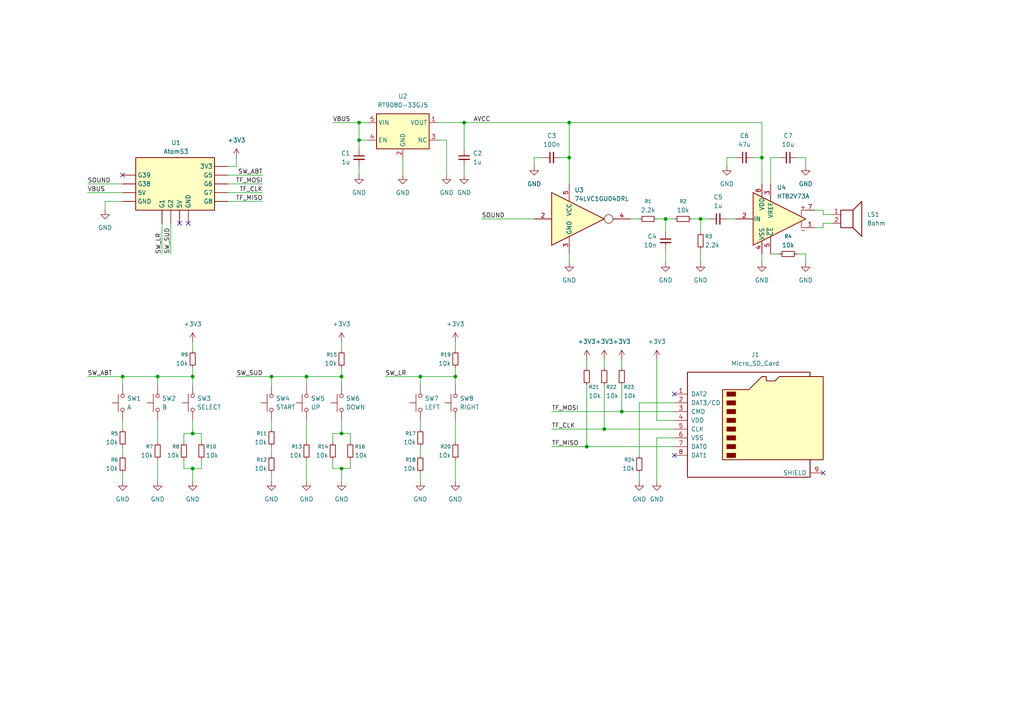
<source format=kicad_sch>
(kicad_sch
	(version 20250114)
	(generator "eeschema")
	(generator_version "9.0")
	(uuid "c325fb4c-906a-4010-8224-fd2c0e1f0539")
	(paper "A4")
	(lib_symbols
		(symbol "74xGxx:74LVC1GU04DRL"
			(exclude_from_sim no)
			(in_bom yes)
			(on_board yes)
			(property "Reference" "U"
				(at -5.08 10.16 0)
				(effects
					(font
						(size 1.27 1.27)
					)
				)
			)
			(property "Value" "74LVC1GU04DRL"
				(at 17.78 10.16 0)
				(effects
					(font
						(size 1.27 1.27)
					)
				)
			)
			(property "Footprint" "Package_TO_SOT_SMD:SOT-553"
				(at 0 -12.7 0)
				(effects
					(font
						(size 1.27 1.27)
					)
					(hide yes)
				)
			)
			(property "Datasheet" "http://www.ti.com/lit/ds/symlink/sn74lvc1gu04.pdf"
				(at -3.81 0 0)
				(effects
					(font
						(size 1.27 1.27)
					)
					(hide yes)
				)
			)
			(property "Description" "Single Inverter Gate, SOT-553"
				(at 0 0 0)
				(effects
					(font
						(size 1.27 1.27)
					)
					(hide yes)
				)
			)
			(property "ki_keywords" "inverter cmos"
				(at 0 0 0)
				(effects
					(font
						(size 1.27 1.27)
					)
					(hide yes)
				)
			)
			(property "ki_fp_filters" "SOT*553*"
				(at 0 0 0)
				(effects
					(font
						(size 1.27 1.27)
					)
					(hide yes)
				)
			)
			(symbol "74LVC1GU04DRL_0_1"
				(rectangle
					(start -5.08 7.62)
					(end -5.08 -7.62)
					(stroke
						(width 0.254)
						(type default)
					)
					(fill
						(type background)
					)
				)
				(polyline
					(pts
						(xy -5.08 -7.62) (xy 10.16 0) (xy -5.08 7.62)
					)
					(stroke
						(width 0.254)
						(type default)
					)
					(fill
						(type background)
					)
				)
				(circle
					(center 11.43 0)
					(radius 1.27)
					(stroke
						(width 0)
						(type default)
					)
					(fill
						(type none)
					)
				)
			)
			(symbol "74LVC1GU04DRL_1_1"
				(pin input line
					(at -10.16 0 0)
					(length 5.08)
					(name "~"
						(effects
							(font
								(size 1.27 1.27)
							)
						)
					)
					(number "2"
						(effects
							(font
								(size 1.27 1.27)
							)
						)
					)
				)
				(pin power_in line
					(at 0 10.16 270)
					(length 5.08)
					(name "VCC"
						(effects
							(font
								(size 1.27 1.27)
							)
						)
					)
					(number "5"
						(effects
							(font
								(size 1.27 1.27)
							)
						)
					)
				)
				(pin power_in line
					(at 0 -10.16 90)
					(length 5.08)
					(name "GND"
						(effects
							(font
								(size 1.27 1.27)
							)
						)
					)
					(number "3"
						(effects
							(font
								(size 1.27 1.27)
							)
						)
					)
				)
				(pin no_connect line
					(at 10.16 0 180)
					(length 5.08)
					(hide yes)
					(name "NC"
						(effects
							(font
								(size 1.27 1.27)
							)
						)
					)
					(number "1"
						(effects
							(font
								(size 1.27 1.27)
							)
						)
					)
				)
				(pin output line
					(at 17.78 0 180)
					(length 5.08)
					(name "~"
						(effects
							(font
								(size 1.27 1.27)
							)
						)
					)
					(number "4"
						(effects
							(font
								(size 1.27 1.27)
							)
						)
					)
				)
			)
			(embedded_fonts no)
		)
		(symbol "Amplifier_Audio:IS31AP4991-GRLS2"
			(pin_names
				(offset 0.127)
			)
			(exclude_from_sim no)
			(in_bom yes)
			(on_board yes)
			(property "Reference" "U4"
				(at 16.51 8.9602 0)
				(effects
					(font
						(size 1.27 1.27)
					)
				)
			)
			(property "Value" "IS31AP4991-GRLS2"
				(at 16.51 6.4202 0)
				(effects
					(font
						(size 1.27 1.27)
					)
				)
			)
			(property "Footprint" "Package_SO:JEITA_SOIC-8_3.9x4.9mm_P1.27mm"
				(at 0 0 0)
				(effects
					(font
						(size 1.27 1.27)
					)
					(hide yes)
				)
			)
			(property "Datasheet" "http://www.issi.com/WW/pdf/31AP4991.pdf"
				(at 0 0 0)
				(effects
					(font
						(size 1.27 1.27)
					)
					(hide yes)
				)
			)
			(property "Description" "1.2W, 2.7-5.5V, Audio Power Amplifier, Active-Low Standby, JEITA SOIC-8 (SOP-8)"
				(at 0 0 0)
				(effects
					(font
						(size 1.27 1.27)
					)
					(hide yes)
				)
			)
			(property "ki_keywords" "ultra low consumption distortion"
				(at 0 0 0)
				(effects
					(font
						(size 1.27 1.27)
					)
					(hide yes)
				)
			)
			(property "ki_fp_filters" "JEITA?SOIC*3.9x4.9mm*P1.27mm*"
				(at 0 0 0)
				(effects
					(font
						(size 1.27 1.27)
					)
					(hide yes)
				)
			)
			(symbol "IS31AP4991-GRLS2_0_1"
				(polyline
					(pts
						(xy 3.81 -3.302) (xy 4.826 -3.302)
					)
					(stroke
						(width 0)
						(type default)
					)
					(fill
						(type none)
					)
				)
				(polyline
					(pts
						(xy 4.318 3.81) (xy 4.318 2.794)
					)
					(stroke
						(width 0)
						(type default)
					)
					(fill
						(type none)
					)
				)
				(polyline
					(pts
						(xy 4.826 3.302) (xy 3.81 3.302)
					)
					(stroke
						(width 0)
						(type default)
					)
					(fill
						(type none)
					)
				)
			)
			(symbol "IS31AP4991-GRLS2_1_1"
				(polyline
					(pts
						(xy -10.16 7.62) (xy 5.08 0) (xy -10.16 -7.62) (xy -10.16 7.62)
					)
					(stroke
						(width 0.254)
						(type default)
					)
					(fill
						(type background)
					)
				)
				(polyline
					(pts
						(xy 3.81 -0.635) (xy 3.81 -2.54) (xy 5.08 -2.54)
					)
					(stroke
						(width 0)
						(type default)
					)
					(fill
						(type none)
					)
				)
				(polyline
					(pts
						(xy 5.08 2.54) (xy 3.81 2.54) (xy 3.81 0.635)
					)
					(stroke
						(width 0)
						(type default)
					)
					(fill
						(type none)
					)
				)
				(pin input line
					(at -15.24 0 0)
					(length 5.08)
					(name "IN"
						(effects
							(font
								(size 1.27 1.27)
							)
						)
					)
					(number "2"
						(effects
							(font
								(size 1.27 1.27)
							)
						)
					)
				)
				(pin power_in line
					(at -7.62 10.16 270)
					(length 3.81)
					(name "VDD"
						(effects
							(font
								(size 1.27 1.27)
							)
						)
					)
					(number "8"
						(effects
							(font
								(size 1.27 1.27)
							)
						)
					)
				)
				(pin power_in line
					(at -7.62 -10.16 90)
					(length 3.81)
					(name "VSS"
						(effects
							(font
								(size 1.27 1.27)
							)
						)
					)
					(number "4"
						(effects
							(font
								(size 1.27 1.27)
							)
						)
					)
				)
				(pin passive line
					(at -5.08 10.16 270)
					(length 5.08)
					(name "VREF"
						(effects
							(font
								(size 1.27 1.27)
							)
						)
					)
					(number "3"
						(effects
							(font
								(size 1.27 1.27)
							)
						)
					)
				)
				(pin input line
					(at -5.08 -10.16 90)
					(length 5.08)
					(name "~{CE}"
						(effects
							(font
								(size 1.27 1.27)
							)
						)
					)
					(number "5"
						(effects
							(font
								(size 1.27 1.27)
							)
						)
					)
				)
				(pin output line
					(at 7.62 2.54 180)
					(length 2.54)
					(name "~"
						(effects
							(font
								(size 1.27 1.27)
							)
						)
					)
					(number "7"
						(effects
							(font
								(size 1.27 1.27)
							)
						)
					)
				)
				(pin output line
					(at 7.62 -2.54 180)
					(length 2.54)
					(name "~"
						(effects
							(font
								(size 1.27 1.27)
							)
						)
					)
					(number "1"
						(effects
							(font
								(size 1.27 1.27)
							)
						)
					)
				)
			)
			(embedded_fonts no)
		)
		(symbol "Connector:Micro_SD_Card"
			(pin_names
				(offset 1.016)
			)
			(exclude_from_sim no)
			(in_bom yes)
			(on_board yes)
			(property "Reference" "J"
				(at -16.51 15.24 0)
				(effects
					(font
						(size 1.27 1.27)
					)
				)
			)
			(property "Value" "Micro_SD_Card"
				(at 16.51 15.24 0)
				(effects
					(font
						(size 1.27 1.27)
					)
					(justify right)
				)
			)
			(property "Footprint" ""
				(at 29.21 7.62 0)
				(effects
					(font
						(size 1.27 1.27)
					)
					(hide yes)
				)
			)
			(property "Datasheet" "https://www.we-online.com/components/products/datasheet/693072010801.pdf"
				(at 0 0 0)
				(effects
					(font
						(size 1.27 1.27)
					)
					(hide yes)
				)
			)
			(property "Description" "Micro SD Card Socket"
				(at 0 0 0)
				(effects
					(font
						(size 1.27 1.27)
					)
					(hide yes)
				)
			)
			(property "ki_keywords" "connector SD microsd"
				(at 0 0 0)
				(effects
					(font
						(size 1.27 1.27)
					)
					(hide yes)
				)
			)
			(property "ki_fp_filters" "microSD*"
				(at 0 0 0)
				(effects
					(font
						(size 1.27 1.27)
					)
					(hide yes)
				)
			)
			(symbol "Micro_SD_Card_0_1"
				(polyline
					(pts
						(xy -8.89 -11.43) (xy -8.89 8.89) (xy -1.27 8.89) (xy 2.54 12.7) (xy 3.81 12.7) (xy 3.81 11.43)
						(xy 6.35 11.43) (xy 7.62 12.7) (xy 20.32 12.7) (xy 20.32 -11.43) (xy -8.89 -11.43)
					)
					(stroke
						(width 0.254)
						(type default)
					)
					(fill
						(type background)
					)
				)
				(rectangle
					(start -7.62 8.255)
					(end -5.08 6.985)
					(stroke
						(width 0)
						(type default)
					)
					(fill
						(type outline)
					)
				)
				(rectangle
					(start -7.62 5.715)
					(end -5.08 4.445)
					(stroke
						(width 0)
						(type default)
					)
					(fill
						(type outline)
					)
				)
				(rectangle
					(start -7.62 3.175)
					(end -5.08 1.905)
					(stroke
						(width 0)
						(type default)
					)
					(fill
						(type outline)
					)
				)
				(rectangle
					(start -7.62 0.635)
					(end -5.08 -0.635)
					(stroke
						(width 0)
						(type default)
					)
					(fill
						(type outline)
					)
				)
				(rectangle
					(start -7.62 -1.905)
					(end -5.08 -3.175)
					(stroke
						(width 0)
						(type default)
					)
					(fill
						(type outline)
					)
				)
				(rectangle
					(start -7.62 -4.445)
					(end -5.08 -5.715)
					(stroke
						(width 0)
						(type default)
					)
					(fill
						(type outline)
					)
				)
				(rectangle
					(start -7.62 -6.985)
					(end -5.08 -8.255)
					(stroke
						(width 0)
						(type default)
					)
					(fill
						(type outline)
					)
				)
				(rectangle
					(start -7.62 -9.525)
					(end -5.08 -10.795)
					(stroke
						(width 0)
						(type default)
					)
					(fill
						(type outline)
					)
				)
				(polyline
					(pts
						(xy 16.51 12.7) (xy 16.51 13.97) (xy -19.05 13.97) (xy -19.05 -16.51) (xy 16.51 -16.51) (xy 16.51 -11.43)
					)
					(stroke
						(width 0.254)
						(type default)
					)
					(fill
						(type none)
					)
				)
			)
			(symbol "Micro_SD_Card_1_1"
				(pin bidirectional line
					(at -22.86 7.62 0)
					(length 3.81)
					(name "DAT2"
						(effects
							(font
								(size 1.27 1.27)
							)
						)
					)
					(number "1"
						(effects
							(font
								(size 1.27 1.27)
							)
						)
					)
				)
				(pin bidirectional line
					(at -22.86 5.08 0)
					(length 3.81)
					(name "DAT3/CD"
						(effects
							(font
								(size 1.27 1.27)
							)
						)
					)
					(number "2"
						(effects
							(font
								(size 1.27 1.27)
							)
						)
					)
				)
				(pin input line
					(at -22.86 2.54 0)
					(length 3.81)
					(name "CMD"
						(effects
							(font
								(size 1.27 1.27)
							)
						)
					)
					(number "3"
						(effects
							(font
								(size 1.27 1.27)
							)
						)
					)
				)
				(pin power_in line
					(at -22.86 0 0)
					(length 3.81)
					(name "VDD"
						(effects
							(font
								(size 1.27 1.27)
							)
						)
					)
					(number "4"
						(effects
							(font
								(size 1.27 1.27)
							)
						)
					)
				)
				(pin input line
					(at -22.86 -2.54 0)
					(length 3.81)
					(name "CLK"
						(effects
							(font
								(size 1.27 1.27)
							)
						)
					)
					(number "5"
						(effects
							(font
								(size 1.27 1.27)
							)
						)
					)
				)
				(pin power_in line
					(at -22.86 -5.08 0)
					(length 3.81)
					(name "VSS"
						(effects
							(font
								(size 1.27 1.27)
							)
						)
					)
					(number "6"
						(effects
							(font
								(size 1.27 1.27)
							)
						)
					)
				)
				(pin bidirectional line
					(at -22.86 -7.62 0)
					(length 3.81)
					(name "DAT0"
						(effects
							(font
								(size 1.27 1.27)
							)
						)
					)
					(number "7"
						(effects
							(font
								(size 1.27 1.27)
							)
						)
					)
				)
				(pin bidirectional line
					(at -22.86 -10.16 0)
					(length 3.81)
					(name "DAT1"
						(effects
							(font
								(size 1.27 1.27)
							)
						)
					)
					(number "8"
						(effects
							(font
								(size 1.27 1.27)
							)
						)
					)
				)
				(pin passive line
					(at 20.32 -15.24 180)
					(length 3.81)
					(name "SHIELD"
						(effects
							(font
								(size 1.27 1.27)
							)
						)
					)
					(number "9"
						(effects
							(font
								(size 1.27 1.27)
							)
						)
					)
				)
			)
			(embedded_fonts no)
		)
		(symbol "Device:C_Small"
			(pin_numbers
				(hide yes)
			)
			(pin_names
				(offset 0.254)
				(hide yes)
			)
			(exclude_from_sim no)
			(in_bom yes)
			(on_board yes)
			(property "Reference" "C"
				(at 0.254 1.778 0)
				(effects
					(font
						(size 1.27 1.27)
					)
					(justify left)
				)
			)
			(property "Value" "C_Small"
				(at 0.254 -2.032 0)
				(effects
					(font
						(size 1.27 1.27)
					)
					(justify left)
				)
			)
			(property "Footprint" ""
				(at 0 0 0)
				(effects
					(font
						(size 1.27 1.27)
					)
					(hide yes)
				)
			)
			(property "Datasheet" "~"
				(at 0 0 0)
				(effects
					(font
						(size 1.27 1.27)
					)
					(hide yes)
				)
			)
			(property "Description" "Unpolarized capacitor, small symbol"
				(at 0 0 0)
				(effects
					(font
						(size 1.27 1.27)
					)
					(hide yes)
				)
			)
			(property "ki_keywords" "capacitor cap"
				(at 0 0 0)
				(effects
					(font
						(size 1.27 1.27)
					)
					(hide yes)
				)
			)
			(property "ki_fp_filters" "C_*"
				(at 0 0 0)
				(effects
					(font
						(size 1.27 1.27)
					)
					(hide yes)
				)
			)
			(symbol "C_Small_0_1"
				(polyline
					(pts
						(xy -1.524 0.508) (xy 1.524 0.508)
					)
					(stroke
						(width 0.3048)
						(type default)
					)
					(fill
						(type none)
					)
				)
				(polyline
					(pts
						(xy -1.524 -0.508) (xy 1.524 -0.508)
					)
					(stroke
						(width 0.3302)
						(type default)
					)
					(fill
						(type none)
					)
				)
			)
			(symbol "C_Small_1_1"
				(pin passive line
					(at 0 2.54 270)
					(length 2.032)
					(name "~"
						(effects
							(font
								(size 1.27 1.27)
							)
						)
					)
					(number "1"
						(effects
							(font
								(size 1.27 1.27)
							)
						)
					)
				)
				(pin passive line
					(at 0 -2.54 90)
					(length 2.032)
					(name "~"
						(effects
							(font
								(size 1.27 1.27)
							)
						)
					)
					(number "2"
						(effects
							(font
								(size 1.27 1.27)
							)
						)
					)
				)
			)
			(embedded_fonts no)
		)
		(symbol "Device:R_Small"
			(pin_numbers
				(hide yes)
			)
			(pin_names
				(offset 0.254)
				(hide yes)
			)
			(exclude_from_sim no)
			(in_bom yes)
			(on_board yes)
			(property "Reference" "R"
				(at 0 0 90)
				(effects
					(font
						(size 1.016 1.016)
					)
				)
			)
			(property "Value" "R_Small"
				(at 1.778 0 90)
				(effects
					(font
						(size 1.27 1.27)
					)
				)
			)
			(property "Footprint" ""
				(at 0 0 0)
				(effects
					(font
						(size 1.27 1.27)
					)
					(hide yes)
				)
			)
			(property "Datasheet" "~"
				(at 0 0 0)
				(effects
					(font
						(size 1.27 1.27)
					)
					(hide yes)
				)
			)
			(property "Description" "Resistor, small symbol"
				(at 0 0 0)
				(effects
					(font
						(size 1.27 1.27)
					)
					(hide yes)
				)
			)
			(property "ki_keywords" "R resistor"
				(at 0 0 0)
				(effects
					(font
						(size 1.27 1.27)
					)
					(hide yes)
				)
			)
			(property "ki_fp_filters" "R_*"
				(at 0 0 0)
				(effects
					(font
						(size 1.27 1.27)
					)
					(hide yes)
				)
			)
			(symbol "R_Small_0_1"
				(rectangle
					(start -0.762 1.778)
					(end 0.762 -1.778)
					(stroke
						(width 0.2032)
						(type default)
					)
					(fill
						(type none)
					)
				)
			)
			(symbol "R_Small_1_1"
				(pin passive line
					(at 0 2.54 270)
					(length 0.762)
					(name "~"
						(effects
							(font
								(size 1.27 1.27)
							)
						)
					)
					(number "1"
						(effects
							(font
								(size 1.27 1.27)
							)
						)
					)
				)
				(pin passive line
					(at 0 -2.54 90)
					(length 0.762)
					(name "~"
						(effects
							(font
								(size 1.27 1.27)
							)
						)
					)
					(number "2"
						(effects
							(font
								(size 1.27 1.27)
							)
						)
					)
				)
			)
			(embedded_fonts no)
		)
		(symbol "Device:Speaker"
			(pin_names
				(offset 0)
				(hide yes)
			)
			(exclude_from_sim no)
			(in_bom yes)
			(on_board yes)
			(property "Reference" "LS"
				(at 1.27 5.715 0)
				(effects
					(font
						(size 1.27 1.27)
					)
					(justify right)
				)
			)
			(property "Value" "Speaker"
				(at 1.27 3.81 0)
				(effects
					(font
						(size 1.27 1.27)
					)
					(justify right)
				)
			)
			(property "Footprint" ""
				(at 0 -5.08 0)
				(effects
					(font
						(size 1.27 1.27)
					)
					(hide yes)
				)
			)
			(property "Datasheet" "~"
				(at -0.254 -1.27 0)
				(effects
					(font
						(size 1.27 1.27)
					)
					(hide yes)
				)
			)
			(property "Description" "Speaker"
				(at 0 0 0)
				(effects
					(font
						(size 1.27 1.27)
					)
					(hide yes)
				)
			)
			(property "ki_keywords" "speaker sound"
				(at 0 0 0)
				(effects
					(font
						(size 1.27 1.27)
					)
					(hide yes)
				)
			)
			(symbol "Speaker_0_0"
				(rectangle
					(start -2.54 1.27)
					(end 1.016 -3.81)
					(stroke
						(width 0.254)
						(type default)
					)
					(fill
						(type none)
					)
				)
				(polyline
					(pts
						(xy 1.016 1.27) (xy 3.556 3.81) (xy 3.556 -6.35) (xy 1.016 -3.81)
					)
					(stroke
						(width 0.254)
						(type default)
					)
					(fill
						(type none)
					)
				)
			)
			(symbol "Speaker_1_1"
				(pin input line
					(at -5.08 0 0)
					(length 2.54)
					(name "1"
						(effects
							(font
								(size 1.27 1.27)
							)
						)
					)
					(number "1"
						(effects
							(font
								(size 1.27 1.27)
							)
						)
					)
				)
				(pin input line
					(at -5.08 -2.54 0)
					(length 2.54)
					(name "2"
						(effects
							(font
								(size 1.27 1.27)
							)
						)
					)
					(number "2"
						(effects
							(font
								(size 1.27 1.27)
							)
						)
					)
				)
			)
			(embedded_fonts no)
		)
		(symbol "Power_Management:RT9742AGJ5F"
			(exclude_from_sim no)
			(in_bom yes)
			(on_board yes)
			(property "Reference" "U2"
				(at 0 10.16 0)
				(effects
					(font
						(size 1.27 1.27)
					)
				)
			)
			(property "Value" "RT9080-33GJ5"
				(at 0 7.62 0)
				(effects
					(font
						(size 1.27 1.27)
					)
				)
			)
			(property "Footprint" "Package_TO_SOT_SMD:TSOT-23-5"
				(at 0 -12.7 0)
				(effects
					(font
						(size 1.27 1.27)
					)
					(hide yes)
				)
			)
			(property "Datasheet" ""
				(at 0 -15.24 0)
				(effects
					(font
						(size 1.27 1.27)
					)
					(hide yes)
				)
			)
			(property "Description" ""
				(at 0 0 0)
				(effects
					(font
						(size 1.27 1.27)
					)
					(hide yes)
				)
			)
			(property "ki_keywords" "Power Switch"
				(at 0 0 0)
				(effects
					(font
						(size 1.27 1.27)
					)
					(hide yes)
				)
			)
			(property "ki_fp_filters" "TSOT?23*"
				(at 0 0 0)
				(effects
					(font
						(size 1.27 1.27)
					)
					(hide yes)
				)
			)
			(symbol "RT9742AGJ5F_0_1"
				(rectangle
					(start -7.62 5.08)
					(end 7.62 -5.08)
					(stroke
						(width 0.254)
						(type default)
					)
					(fill
						(type background)
					)
				)
			)
			(symbol "RT9742AGJ5F_1_1"
				(pin power_in line
					(at -10.16 2.54 0)
					(length 2.54)
					(name "VIN"
						(effects
							(font
								(size 1.27 1.27)
							)
						)
					)
					(number "5"
						(effects
							(font
								(size 1.27 1.27)
							)
						)
					)
				)
				(pin input line
					(at -10.16 -2.54 0)
					(length 2.54)
					(name "EN"
						(effects
							(font
								(size 1.27 1.27)
							)
						)
					)
					(number "4"
						(effects
							(font
								(size 1.27 1.27)
							)
						)
					)
				)
				(pin power_in line
					(at 0 -7.62 90)
					(length 2.54)
					(name "GND"
						(effects
							(font
								(size 1.27 1.27)
							)
						)
					)
					(number "2"
						(effects
							(font
								(size 1.27 1.27)
							)
						)
					)
				)
				(pin power_out line
					(at 10.16 2.54 180)
					(length 2.54)
					(name "VOUT"
						(effects
							(font
								(size 1.27 1.27)
							)
						)
					)
					(number "1"
						(effects
							(font
								(size 1.27 1.27)
							)
						)
					)
				)
				(pin open_collector line
					(at 10.16 -2.54 180)
					(length 2.54)
					(name "NC"
						(effects
							(font
								(size 1.27 1.27)
							)
						)
					)
					(number "3"
						(effects
							(font
								(size 1.27 1.27)
							)
						)
					)
				)
			)
			(embedded_fonts no)
		)
		(symbol "Switch:SW_Push"
			(pin_numbers
				(hide yes)
			)
			(pin_names
				(offset 1.016)
				(hide yes)
			)
			(exclude_from_sim no)
			(in_bom yes)
			(on_board yes)
			(property "Reference" "SW"
				(at 1.27 2.54 0)
				(effects
					(font
						(size 1.27 1.27)
					)
					(justify left)
				)
			)
			(property "Value" "SW_Push"
				(at 0 -1.524 0)
				(effects
					(font
						(size 1.27 1.27)
					)
				)
			)
			(property "Footprint" ""
				(at 0 5.08 0)
				(effects
					(font
						(size 1.27 1.27)
					)
					(hide yes)
				)
			)
			(property "Datasheet" "~"
				(at 0 5.08 0)
				(effects
					(font
						(size 1.27 1.27)
					)
					(hide yes)
				)
			)
			(property "Description" "Push button switch, generic, two pins"
				(at 0 0 0)
				(effects
					(font
						(size 1.27 1.27)
					)
					(hide yes)
				)
			)
			(property "ki_keywords" "switch normally-open pushbutton push-button"
				(at 0 0 0)
				(effects
					(font
						(size 1.27 1.27)
					)
					(hide yes)
				)
			)
			(symbol "SW_Push_0_1"
				(circle
					(center -2.032 0)
					(radius 0.508)
					(stroke
						(width 0)
						(type default)
					)
					(fill
						(type none)
					)
				)
				(polyline
					(pts
						(xy 0 1.27) (xy 0 3.048)
					)
					(stroke
						(width 0)
						(type default)
					)
					(fill
						(type none)
					)
				)
				(circle
					(center 2.032 0)
					(radius 0.508)
					(stroke
						(width 0)
						(type default)
					)
					(fill
						(type none)
					)
				)
				(polyline
					(pts
						(xy 2.54 1.27) (xy -2.54 1.27)
					)
					(stroke
						(width 0)
						(type default)
					)
					(fill
						(type none)
					)
				)
				(pin passive line
					(at -5.08 0 0)
					(length 2.54)
					(name "1"
						(effects
							(font
								(size 1.27 1.27)
							)
						)
					)
					(number "1"
						(effects
							(font
								(size 1.27 1.27)
							)
						)
					)
				)
				(pin passive line
					(at 5.08 0 180)
					(length 2.54)
					(name "2"
						(effects
							(font
								(size 1.27 1.27)
							)
						)
					)
					(number "2"
						(effects
							(font
								(size 1.27 1.27)
							)
						)
					)
				)
			)
			(embedded_fonts no)
		)
		(symbol "power:+3V3"
			(power)
			(pin_numbers
				(hide yes)
			)
			(pin_names
				(offset 0)
				(hide yes)
			)
			(exclude_from_sim no)
			(in_bom yes)
			(on_board yes)
			(property "Reference" "#PWR"
				(at 0 -3.81 0)
				(effects
					(font
						(size 1.27 1.27)
					)
					(hide yes)
				)
			)
			(property "Value" "+3V3"
				(at 0 3.556 0)
				(effects
					(font
						(size 1.27 1.27)
					)
				)
			)
			(property "Footprint" ""
				(at 0 0 0)
				(effects
					(font
						(size 1.27 1.27)
					)
					(hide yes)
				)
			)
			(property "Datasheet" ""
				(at 0 0 0)
				(effects
					(font
						(size 1.27 1.27)
					)
					(hide yes)
				)
			)
			(property "Description" "Power symbol creates a global label with name \"+3V3\""
				(at 0 0 0)
				(effects
					(font
						(size 1.27 1.27)
					)
					(hide yes)
				)
			)
			(property "ki_keywords" "global power"
				(at 0 0 0)
				(effects
					(font
						(size 1.27 1.27)
					)
					(hide yes)
				)
			)
			(symbol "+3V3_0_1"
				(polyline
					(pts
						(xy -0.762 1.27) (xy 0 2.54)
					)
					(stroke
						(width 0)
						(type default)
					)
					(fill
						(type none)
					)
				)
				(polyline
					(pts
						(xy 0 2.54) (xy 0.762 1.27)
					)
					(stroke
						(width 0)
						(type default)
					)
					(fill
						(type none)
					)
				)
				(polyline
					(pts
						(xy 0 0) (xy 0 2.54)
					)
					(stroke
						(width 0)
						(type default)
					)
					(fill
						(type none)
					)
				)
			)
			(symbol "+3V3_1_1"
				(pin power_in line
					(at 0 0 90)
					(length 0)
					(name "~"
						(effects
							(font
								(size 1.27 1.27)
							)
						)
					)
					(number "1"
						(effects
							(font
								(size 1.27 1.27)
							)
						)
					)
				)
			)
			(embedded_fonts no)
		)
		(symbol "power:GND"
			(power)
			(pin_numbers
				(hide yes)
			)
			(pin_names
				(offset 0)
				(hide yes)
			)
			(exclude_from_sim no)
			(in_bom yes)
			(on_board yes)
			(property "Reference" "#PWR"
				(at 0 -6.35 0)
				(effects
					(font
						(size 1.27 1.27)
					)
					(hide yes)
				)
			)
			(property "Value" "GND"
				(at 0 -3.81 0)
				(effects
					(font
						(size 1.27 1.27)
					)
				)
			)
			(property "Footprint" ""
				(at 0 0 0)
				(effects
					(font
						(size 1.27 1.27)
					)
					(hide yes)
				)
			)
			(property "Datasheet" ""
				(at 0 0 0)
				(effects
					(font
						(size 1.27 1.27)
					)
					(hide yes)
				)
			)
			(property "Description" "Power symbol creates a global label with name \"GND\" , ground"
				(at 0 0 0)
				(effects
					(font
						(size 1.27 1.27)
					)
					(hide yes)
				)
			)
			(property "ki_keywords" "global power"
				(at 0 0 0)
				(effects
					(font
						(size 1.27 1.27)
					)
					(hide yes)
				)
			)
			(symbol "GND_0_1"
				(polyline
					(pts
						(xy 0 0) (xy 0 -1.27) (xy 1.27 -1.27) (xy 0 -2.54) (xy -1.27 -1.27) (xy 0 -1.27)
					)
					(stroke
						(width 0)
						(type default)
					)
					(fill
						(type none)
					)
				)
			)
			(symbol "GND_1_1"
				(pin power_in line
					(at 0 0 270)
					(length 0)
					(name "~"
						(effects
							(font
								(size 1.27 1.27)
							)
						)
					)
					(number "1"
						(effects
							(font
								(size 1.27 1.27)
							)
						)
					)
				)
			)
			(embedded_fonts no)
		)
		(symbol "shpc_modules:RaspberryPiPico"
			(exclude_from_sim no)
			(in_bom yes)
			(on_board yes)
			(property "Reference" "U1"
				(at 0.254 11.938 0)
				(effects
					(font
						(size 1.27 1.27)
					)
				)
			)
			(property "Value" "AtomS3"
				(at 0.254 9.398 0)
				(effects
					(font
						(size 1.27 1.27)
					)
				)
			)
			(property "Footprint" ""
				(at -1.27 -6.096 0)
				(effects
					(font
						(size 1.27 1.27)
					)
					(hide yes)
				)
			)
			(property "Datasheet" ""
				(at 0 0 0)
				(effects
					(font
						(size 1.27 1.27)
					)
					(hide yes)
				)
			)
			(property "Description" ""
				(at 0 0 0)
				(effects
					(font
						(size 1.27 1.27)
					)
					(hide yes)
				)
			)
			(property "ki_keywords" "RP2040 ARM Cortex-M0+ USB"
				(at 0 0 0)
				(effects
					(font
						(size 1.27 1.27)
					)
					(hide yes)
				)
			)
			(property "ki_fp_filters" "QFN*1EP*7x7mm?P0.4mm*"
				(at 0 0 0)
				(effects
					(font
						(size 1.27 1.27)
					)
					(hide yes)
				)
			)
			(symbol "RaspberryPiPico_0_1"
				(rectangle
					(start -11.43 7.62)
					(end 11.43 -7.62)
					(stroke
						(width 0.254)
						(type default)
					)
					(fill
						(type background)
					)
				)
			)
			(symbol "RaspberryPiPico_1_1"
				(pin bidirectional line
					(at -15.24 2.54 0)
					(length 3.81)
					(name "G39"
						(effects
							(font
								(size 1.27 1.27)
							)
						)
					)
					(number ""
						(effects
							(font
								(size 1.27 1.27)
							)
						)
					)
				)
				(pin bidirectional line
					(at -15.24 0 0)
					(length 3.81)
					(name "G38"
						(effects
							(font
								(size 1.27 1.27)
							)
						)
					)
					(number ""
						(effects
							(font
								(size 1.27 1.27)
							)
						)
					)
				)
				(pin power_out line
					(at -15.24 -2.54 0)
					(length 3.81)
					(name "5V"
						(effects
							(font
								(size 1.27 1.27)
							)
						)
					)
					(number ""
						(effects
							(font
								(size 1.27 1.27)
							)
						)
					)
				)
				(pin power_out line
					(at -15.24 -5.08 0)
					(length 3.81)
					(name "GND"
						(effects
							(font
								(size 1.27 1.27)
							)
						)
					)
					(number ""
						(effects
							(font
								(size 1.27 1.27)
							)
						)
					)
				)
				(pin bidirectional line
					(at -3.81 -11.43 90)
					(length 3.81)
					(name "G1"
						(effects
							(font
								(size 1.27 1.27)
							)
						)
					)
					(number ""
						(effects
							(font
								(size 1.27 1.27)
							)
						)
					)
				)
				(pin bidirectional line
					(at -1.27 -11.43 90)
					(length 3.81)
					(name "G2"
						(effects
							(font
								(size 1.27 1.27)
							)
						)
					)
					(number ""
						(effects
							(font
								(size 1.27 1.27)
							)
						)
					)
				)
				(pin power_out line
					(at 1.27 -11.43 90)
					(length 3.81)
					(name "5V"
						(effects
							(font
								(size 1.27 1.27)
							)
						)
					)
					(number ""
						(effects
							(font
								(size 1.27 1.27)
							)
						)
					)
				)
				(pin power_out line
					(at 3.81 -11.43 90)
					(length 3.81)
					(name "GND"
						(effects
							(font
								(size 1.27 1.27)
							)
						)
					)
					(number ""
						(effects
							(font
								(size 1.27 1.27)
							)
						)
					)
				)
				(pin power_out line
					(at 15.24 5.08 180)
					(length 3.81)
					(name "3V3"
						(effects
							(font
								(size 1.27 1.27)
							)
						)
					)
					(number ""
						(effects
							(font
								(size 1.27 1.27)
							)
						)
					)
				)
				(pin bidirectional line
					(at 15.24 2.54 180)
					(length 3.81)
					(name "G5"
						(effects
							(font
								(size 1.27 1.27)
							)
						)
					)
					(number ""
						(effects
							(font
								(size 1.27 1.27)
							)
						)
					)
				)
				(pin bidirectional line
					(at 15.24 0 180)
					(length 3.81)
					(name "G6"
						(effects
							(font
								(size 1.27 1.27)
							)
						)
					)
					(number ""
						(effects
							(font
								(size 1.27 1.27)
							)
						)
					)
				)
				(pin bidirectional line
					(at 15.24 -2.54 180)
					(length 3.81)
					(name "G7"
						(effects
							(font
								(size 1.27 1.27)
							)
						)
					)
					(number ""
						(effects
							(font
								(size 1.27 1.27)
							)
						)
					)
				)
				(pin bidirectional line
					(at 15.24 -5.08 180)
					(length 3.81)
					(name "G8"
						(effects
							(font
								(size 1.27 1.27)
							)
						)
					)
					(number ""
						(effects
							(font
								(size 1.27 1.27)
							)
						)
					)
				)
			)
			(embedded_fonts no)
		)
	)
	(junction
		(at 99.06 109.22)
		(diameter 0)
		(color 0 0 0 0)
		(uuid "0e86378b-070b-46fd-bc4b-75fde34c96b0")
	)
	(junction
		(at 45.72 109.22)
		(diameter 0)
		(color 0 0 0 0)
		(uuid "1613f684-f692-484c-a163-6b96d8417b1a")
	)
	(junction
		(at 104.14 35.56)
		(diameter 0)
		(color 0 0 0 0)
		(uuid "29233589-d223-4a6e-ab65-8d41ece50400")
	)
	(junction
		(at 175.26 124.46)
		(diameter 0)
		(color 0 0 0 0)
		(uuid "2e939300-0c8a-46c7-a499-0c8e320a6a41")
	)
	(junction
		(at 165.1 35.56)
		(diameter 0)
		(color 0 0 0 0)
		(uuid "457b2907-014a-4bf3-a307-e2237a79c085")
	)
	(junction
		(at 55.88 109.22)
		(diameter 0)
		(color 0 0 0 0)
		(uuid "4eb7033e-a377-45b2-aa6c-100d569891d3")
	)
	(junction
		(at 104.14 40.64)
		(diameter 0)
		(color 0 0 0 0)
		(uuid "4ef821f8-fdd9-4815-8cfa-c04d6d80644c")
	)
	(junction
		(at 134.62 35.56)
		(diameter 0)
		(color 0 0 0 0)
		(uuid "5ae90972-8533-44cc-b631-06867f34ef4e")
	)
	(junction
		(at 55.88 125.73)
		(diameter 0)
		(color 0 0 0 0)
		(uuid "71f4c1e7-d8f8-4017-b852-301535b9df8a")
	)
	(junction
		(at 180.34 119.38)
		(diameter 0)
		(color 0 0 0 0)
		(uuid "79ca35bf-044d-4e14-9d53-e42a7edba17d")
	)
	(junction
		(at 170.18 129.54)
		(diameter 0)
		(color 0 0 0 0)
		(uuid "88e6a30e-8108-4071-b8c8-8dfe9eb82510")
	)
	(junction
		(at 220.98 45.72)
		(diameter 0)
		(color 0 0 0 0)
		(uuid "8f38afd2-f411-46bf-aa5a-cebcb699644a")
	)
	(junction
		(at 55.88 135.89)
		(diameter 0)
		(color 0 0 0 0)
		(uuid "981178f1-7e89-4eb5-97e0-0b4549e69532")
	)
	(junction
		(at 132.08 109.22)
		(diameter 0)
		(color 0 0 0 0)
		(uuid "a3aa7712-83a7-4dd6-9662-0396ef95c78b")
	)
	(junction
		(at 121.92 109.22)
		(diameter 0)
		(color 0 0 0 0)
		(uuid "af1e54d8-b8b0-423a-8e9b-fc0352d15dcf")
	)
	(junction
		(at 78.74 109.22)
		(diameter 0)
		(color 0 0 0 0)
		(uuid "b041c7f3-635f-4786-b598-88695a628393")
	)
	(junction
		(at 193.04 63.5)
		(diameter 0)
		(color 0 0 0 0)
		(uuid "c025abb1-495f-4eff-86e8-0feb44aeed65")
	)
	(junction
		(at 35.56 109.22)
		(diameter 0)
		(color 0 0 0 0)
		(uuid "cc4fec22-d2fa-4753-9270-dfe1bd86ae5c")
	)
	(junction
		(at 203.2 63.5)
		(diameter 0)
		(color 0 0 0 0)
		(uuid "d7d684ed-f671-450c-bcd5-5753ddbcb4bf")
	)
	(junction
		(at 165.1 45.72)
		(diameter 0)
		(color 0 0 0 0)
		(uuid "e6a68c06-885e-444e-abd4-db2db0196db4")
	)
	(junction
		(at 99.06 125.73)
		(diameter 0)
		(color 0 0 0 0)
		(uuid "eca4cbd8-aed3-4b19-b942-597197d7b1e1")
	)
	(junction
		(at 99.06 135.89)
		(diameter 0)
		(color 0 0 0 0)
		(uuid "ecb6c63a-bf08-4d2d-8bcc-17f4321e8e59")
	)
	(junction
		(at 88.9 109.22)
		(diameter 0)
		(color 0 0 0 0)
		(uuid "fa702744-d54b-407f-bb6e-aef78cde7d95")
	)
	(no_connect
		(at 238.76 137.16)
		(uuid "00a4da66-3507-4835-9973-9be30be71093")
	)
	(no_connect
		(at 195.58 114.3)
		(uuid "210e1e83-e72e-468a-b426-aeb67a8adecb")
	)
	(no_connect
		(at 52.07 64.77)
		(uuid "41de074f-c395-49a1-8345-4e8494d3c1d5")
	)
	(no_connect
		(at 35.56 50.8)
		(uuid "60a520e2-5ce7-405e-bf3b-a036a32509fc")
	)
	(no_connect
		(at 54.61 64.77)
		(uuid "6940af58-f608-42a3-b089-970f684818b5")
	)
	(no_connect
		(at 195.58 132.08)
		(uuid "8562da9c-ca16-4c6e-bc51-30256bd3c6ea")
	)
	(wire
		(pts
			(xy 66.04 55.88) (xy 76.2 55.88)
		)
		(stroke
			(width 0)
			(type default)
		)
		(uuid "00c96d03-365c-491c-a994-e1f002fe2a7b")
	)
	(wire
		(pts
			(xy 66.04 50.8) (xy 76.2 50.8)
		)
		(stroke
			(width 0)
			(type default)
		)
		(uuid "02678f6a-2be5-4904-af56-c756903b44b0")
	)
	(wire
		(pts
			(xy 96.52 135.89) (xy 99.06 135.89)
		)
		(stroke
			(width 0)
			(type default)
		)
		(uuid "04f4d83c-5e38-40d4-bb13-91eb5986afd4")
	)
	(wire
		(pts
			(xy 210.82 63.5) (xy 213.36 63.5)
		)
		(stroke
			(width 0)
			(type default)
		)
		(uuid "089877ce-fe28-45ff-b3a3-43568d85815f")
	)
	(wire
		(pts
			(xy 185.42 132.08) (xy 185.42 116.84)
		)
		(stroke
			(width 0)
			(type default)
		)
		(uuid "08b84020-16e1-4374-ab27-acc1650ee345")
	)
	(wire
		(pts
			(xy 45.72 109.22) (xy 45.72 111.76)
		)
		(stroke
			(width 0)
			(type default)
		)
		(uuid "0c3abe4e-c360-4068-974d-8ba75d137615")
	)
	(wire
		(pts
			(xy 226.06 45.72) (xy 223.52 45.72)
		)
		(stroke
			(width 0)
			(type default)
		)
		(uuid "0ce8fd9f-50b5-4b94-bae3-1376a7ceaf65")
	)
	(wire
		(pts
			(xy 46.99 64.77) (xy 46.99 73.66)
		)
		(stroke
			(width 0)
			(type default)
		)
		(uuid "0e112b1f-37a4-44c9-871c-16d4dc453dce")
	)
	(wire
		(pts
			(xy 165.1 35.56) (xy 165.1 45.72)
		)
		(stroke
			(width 0)
			(type default)
		)
		(uuid "1117042a-64c1-4756-9c6b-324228411274")
	)
	(wire
		(pts
			(xy 104.14 35.56) (xy 106.68 35.56)
		)
		(stroke
			(width 0)
			(type default)
		)
		(uuid "124ddb68-987c-4e55-bb0a-ff9face63dd8")
	)
	(wire
		(pts
			(xy 238.76 62.23) (xy 238.76 60.96)
		)
		(stroke
			(width 0)
			(type default)
		)
		(uuid "12b19a15-bfe3-4f97-af3f-111f4a7c5080")
	)
	(wire
		(pts
			(xy 175.26 104.14) (xy 175.26 106.68)
		)
		(stroke
			(width 0)
			(type default)
		)
		(uuid "12fbdcff-b64c-471c-9e1e-e964d6c285c5")
	)
	(wire
		(pts
			(xy 121.92 111.76) (xy 121.92 109.22)
		)
		(stroke
			(width 0)
			(type default)
		)
		(uuid "12fe01ce-9164-428b-992e-f870599f4c4b")
	)
	(wire
		(pts
			(xy 106.68 40.64) (xy 104.14 40.64)
		)
		(stroke
			(width 0)
			(type default)
		)
		(uuid "13bc2c73-773c-40d4-b0b6-bca43409623d")
	)
	(wire
		(pts
			(xy 53.34 125.73) (xy 55.88 125.73)
		)
		(stroke
			(width 0)
			(type default)
		)
		(uuid "14dcd26d-2ac9-4964-bb3b-3209bd678b16")
	)
	(wire
		(pts
			(xy 210.82 45.72) (xy 213.36 45.72)
		)
		(stroke
			(width 0)
			(type default)
		)
		(uuid "17685bc7-d220-4414-b133-adceaf37f7e1")
	)
	(wire
		(pts
			(xy 233.68 48.26) (xy 233.68 45.72)
		)
		(stroke
			(width 0)
			(type default)
		)
		(uuid "1aaa9abd-cbde-4982-9f24-40f380cfc8a8")
	)
	(wire
		(pts
			(xy 132.08 121.92) (xy 132.08 128.27)
		)
		(stroke
			(width 0)
			(type default)
		)
		(uuid "1cf68abb-9f09-4020-a369-6600c829cb61")
	)
	(wire
		(pts
			(xy 78.74 129.54) (xy 78.74 132.08)
		)
		(stroke
			(width 0)
			(type default)
		)
		(uuid "1d6aa941-7af7-4efd-80cb-1c2289947fc9")
	)
	(wire
		(pts
			(xy 180.34 119.38) (xy 195.58 119.38)
		)
		(stroke
			(width 0)
			(type default)
		)
		(uuid "1dfddced-547b-44b3-be64-c7326bf20e3f")
	)
	(wire
		(pts
			(xy 203.2 72.39) (xy 203.2 76.2)
		)
		(stroke
			(width 0)
			(type default)
		)
		(uuid "1f541a1e-0ecd-4ac9-adcd-fb6587ba3651")
	)
	(wire
		(pts
			(xy 233.68 45.72) (xy 231.14 45.72)
		)
		(stroke
			(width 0)
			(type default)
		)
		(uuid "1fd5a5e9-9385-4e3f-9836-e7d47ba6baa2")
	)
	(wire
		(pts
			(xy 220.98 45.72) (xy 220.98 53.34)
		)
		(stroke
			(width 0)
			(type default)
		)
		(uuid "20873445-9e7f-4814-8b5f-f279134c8b68")
	)
	(wire
		(pts
			(xy 132.08 99.06) (xy 132.08 101.6)
		)
		(stroke
			(width 0)
			(type default)
		)
		(uuid "214b9fea-17df-436c-9923-8d9b5cbd426f")
	)
	(wire
		(pts
			(xy 154.94 45.72) (xy 157.48 45.72)
		)
		(stroke
			(width 0)
			(type default)
		)
		(uuid "22e3c940-ce7b-4b71-89a3-b67db9dd25f9")
	)
	(wire
		(pts
			(xy 165.1 73.66) (xy 165.1 76.2)
		)
		(stroke
			(width 0)
			(type default)
		)
		(uuid "2434a2d2-0ac8-44b1-8065-854097afd98b")
	)
	(wire
		(pts
			(xy 78.74 111.76) (xy 78.74 109.22)
		)
		(stroke
			(width 0)
			(type default)
		)
		(uuid "2716425a-1d1c-43a1-98d1-c32ff9e52679")
	)
	(wire
		(pts
			(xy 53.34 128.27) (xy 53.34 125.73)
		)
		(stroke
			(width 0)
			(type default)
		)
		(uuid "2825bb41-0e1b-49ac-91cb-0c0eb945d357")
	)
	(wire
		(pts
			(xy 49.53 64.77) (xy 49.53 73.66)
		)
		(stroke
			(width 0)
			(type default)
		)
		(uuid "2bde6b40-ba11-4f7e-afbb-290fe6fc96f9")
	)
	(wire
		(pts
			(xy 182.88 63.5) (xy 185.42 63.5)
		)
		(stroke
			(width 0)
			(type default)
		)
		(uuid "2d616d23-0402-4b7e-a257-b7a234161d16")
	)
	(wire
		(pts
			(xy 129.54 50.8) (xy 129.54 40.64)
		)
		(stroke
			(width 0)
			(type default)
		)
		(uuid "312fcaff-f6fb-40c5-8141-c13610b0a6e1")
	)
	(wire
		(pts
			(xy 160.02 124.46) (xy 175.26 124.46)
		)
		(stroke
			(width 0)
			(type default)
		)
		(uuid "3522332a-9d07-4f05-968a-9979108a4519")
	)
	(wire
		(pts
			(xy 193.04 67.31) (xy 193.04 63.5)
		)
		(stroke
			(width 0)
			(type default)
		)
		(uuid "3baee94e-aaba-43dd-8254-80c39fe371fb")
	)
	(wire
		(pts
			(xy 68.58 48.26) (xy 68.58 45.72)
		)
		(stroke
			(width 0)
			(type default)
		)
		(uuid "3bd0f019-fcb6-4e21-9798-097bd7871621")
	)
	(wire
		(pts
			(xy 45.72 133.35) (xy 45.72 139.7)
		)
		(stroke
			(width 0)
			(type default)
		)
		(uuid "3d345297-bf41-475c-900d-eeffd820baf5")
	)
	(wire
		(pts
			(xy 78.74 137.16) (xy 78.74 139.7)
		)
		(stroke
			(width 0)
			(type default)
		)
		(uuid "40ad5dcf-fada-4db2-9d3f-226a8d3ad8b0")
	)
	(wire
		(pts
			(xy 35.56 129.54) (xy 35.56 132.08)
		)
		(stroke
			(width 0)
			(type default)
		)
		(uuid "413e395e-06ee-4334-ae9c-44cd2fc85bc3")
	)
	(wire
		(pts
			(xy 127 35.56) (xy 134.62 35.56)
		)
		(stroke
			(width 0)
			(type default)
		)
		(uuid "416074a9-ef7c-46bb-8efc-e2afbc0d2766")
	)
	(wire
		(pts
			(xy 134.62 35.56) (xy 134.62 43.18)
		)
		(stroke
			(width 0)
			(type default)
		)
		(uuid "41b5ab06-c762-4fe2-94b3-7b68c2844975")
	)
	(wire
		(pts
			(xy 185.42 137.16) (xy 185.42 139.7)
		)
		(stroke
			(width 0)
			(type default)
		)
		(uuid "44bce86c-76c5-43cd-9086-ede4c25aa170")
	)
	(wire
		(pts
			(xy 116.84 45.72) (xy 116.84 50.8)
		)
		(stroke
			(width 0)
			(type default)
		)
		(uuid "45c1284a-da9a-4738-9ffb-a4f47c7f8e19")
	)
	(wire
		(pts
			(xy 30.48 60.96) (xy 30.48 58.42)
		)
		(stroke
			(width 0)
			(type default)
		)
		(uuid "47bda4cc-8fd4-4406-8222-aecdc446c21d")
	)
	(wire
		(pts
			(xy 25.4 55.88) (xy 35.56 55.88)
		)
		(stroke
			(width 0)
			(type default)
		)
		(uuid "484330cd-e52f-47a0-a155-39164cf2401a")
	)
	(wire
		(pts
			(xy 53.34 135.89) (xy 55.88 135.89)
		)
		(stroke
			(width 0)
			(type default)
		)
		(uuid "48a92f3f-76e1-4409-835d-f0ffc58b1fb1")
	)
	(wire
		(pts
			(xy 88.9 121.92) (xy 88.9 128.27)
		)
		(stroke
			(width 0)
			(type default)
		)
		(uuid "48f67939-4796-413d-8418-21ccc07e0194")
	)
	(wire
		(pts
			(xy 218.44 45.72) (xy 220.98 45.72)
		)
		(stroke
			(width 0)
			(type default)
		)
		(uuid "4b5496a0-30b9-41d5-be04-925d3de62ef3")
	)
	(wire
		(pts
			(xy 121.92 129.54) (xy 121.92 132.08)
		)
		(stroke
			(width 0)
			(type default)
		)
		(uuid "4ba0daf8-52b4-4d1b-9338-7eff0c7ca23f")
	)
	(wire
		(pts
			(xy 175.26 124.46) (xy 195.58 124.46)
		)
		(stroke
			(width 0)
			(type default)
		)
		(uuid "4bd2d02a-4e90-418f-add8-8f60fc074266")
	)
	(wire
		(pts
			(xy 121.92 137.16) (xy 121.92 139.7)
		)
		(stroke
			(width 0)
			(type default)
		)
		(uuid "4e5e99a8-f202-46d7-8341-ca47604df17f")
	)
	(wire
		(pts
			(xy 88.9 109.22) (xy 88.9 111.76)
		)
		(stroke
			(width 0)
			(type default)
		)
		(uuid "4f903a7f-001c-4371-a81e-105b864a0669")
	)
	(wire
		(pts
			(xy 238.76 64.77) (xy 241.3 64.77)
		)
		(stroke
			(width 0)
			(type default)
		)
		(uuid "54570d25-889a-48ce-865b-ccdb03839c3a")
	)
	(wire
		(pts
			(xy 55.88 121.92) (xy 55.88 125.73)
		)
		(stroke
			(width 0)
			(type default)
		)
		(uuid "5814cbe9-e037-487b-84f9-b774bae15a6f")
	)
	(wire
		(pts
			(xy 55.88 106.68) (xy 55.88 109.22)
		)
		(stroke
			(width 0)
			(type default)
		)
		(uuid "58eb01f2-e08e-4e62-bd1c-5b9a61f277ea")
	)
	(wire
		(pts
			(xy 223.52 73.66) (xy 226.06 73.66)
		)
		(stroke
			(width 0)
			(type default)
		)
		(uuid "59895e9e-41d3-4995-addd-ce6acf528d53")
	)
	(wire
		(pts
			(xy 190.5 63.5) (xy 193.04 63.5)
		)
		(stroke
			(width 0)
			(type default)
		)
		(uuid "59e0c0ab-1722-496a-aad8-a613d1e7f784")
	)
	(wire
		(pts
			(xy 190.5 104.14) (xy 190.5 121.92)
		)
		(stroke
			(width 0)
			(type default)
		)
		(uuid "5c5f8df9-1116-498e-9878-3f70747fa1d2")
	)
	(wire
		(pts
			(xy 121.92 109.22) (xy 132.08 109.22)
		)
		(stroke
			(width 0)
			(type default)
		)
		(uuid "5dc3e9f7-0264-4c42-8507-4e34c5e8b1da")
	)
	(wire
		(pts
			(xy 78.74 109.22) (xy 88.9 109.22)
		)
		(stroke
			(width 0)
			(type default)
		)
		(uuid "5e5a2902-54cc-40ac-ae09-f33926a32ed4")
	)
	(wire
		(pts
			(xy 200.66 63.5) (xy 203.2 63.5)
		)
		(stroke
			(width 0)
			(type default)
		)
		(uuid "5ee652b2-a1b2-4b46-88c9-1599d459a95b")
	)
	(wire
		(pts
			(xy 96.52 128.27) (xy 96.52 125.73)
		)
		(stroke
			(width 0)
			(type default)
		)
		(uuid "5f99d0f8-eb79-4ff7-bbd6-70b289de07bb")
	)
	(wire
		(pts
			(xy 99.06 109.22) (xy 99.06 111.76)
		)
		(stroke
			(width 0)
			(type default)
		)
		(uuid "65c1d198-e240-4da6-aea2-0d3097a6f4a2")
	)
	(wire
		(pts
			(xy 134.62 35.56) (xy 165.1 35.56)
		)
		(stroke
			(width 0)
			(type default)
		)
		(uuid "66bc6b49-499f-4a05-82a3-89533657c1a8")
	)
	(wire
		(pts
			(xy 25.4 53.34) (xy 35.56 53.34)
		)
		(stroke
			(width 0)
			(type default)
		)
		(uuid "66d4ad14-656a-455d-b279-01d7a2d8bc0d")
	)
	(wire
		(pts
			(xy 210.82 48.26) (xy 210.82 45.72)
		)
		(stroke
			(width 0)
			(type default)
		)
		(uuid "68448ced-2672-4eb1-a656-4307ea88fa38")
	)
	(wire
		(pts
			(xy 233.68 73.66) (xy 233.68 76.2)
		)
		(stroke
			(width 0)
			(type default)
		)
		(uuid "68b417f4-0ea8-494a-9037-61af49dbeec3")
	)
	(wire
		(pts
			(xy 104.14 48.26) (xy 104.14 50.8)
		)
		(stroke
			(width 0)
			(type default)
		)
		(uuid "691a95b3-4caf-4759-9918-9def9383a60b")
	)
	(wire
		(pts
			(xy 190.5 139.7) (xy 190.5 127)
		)
		(stroke
			(width 0)
			(type default)
		)
		(uuid "69af38bf-cecc-40a0-a3f0-41b078dc4e4d")
	)
	(wire
		(pts
			(xy 35.56 121.92) (xy 35.56 124.46)
		)
		(stroke
			(width 0)
			(type default)
		)
		(uuid "6a230b52-1e46-416a-af50-261b54e2935e")
	)
	(wire
		(pts
			(xy 170.18 104.14) (xy 170.18 106.68)
		)
		(stroke
			(width 0)
			(type default)
		)
		(uuid "6a91e342-bd0b-4aa8-a77b-272efa92c42f")
	)
	(wire
		(pts
			(xy 220.98 73.66) (xy 220.98 76.2)
		)
		(stroke
			(width 0)
			(type default)
		)
		(uuid "6b62e32f-bfa9-4814-868d-a962f85ae0c9")
	)
	(wire
		(pts
			(xy 170.18 129.54) (xy 195.58 129.54)
		)
		(stroke
			(width 0)
			(type default)
		)
		(uuid "6c59bbab-e1e4-4d2a-936e-26e8865b969f")
	)
	(wire
		(pts
			(xy 96.52 133.35) (xy 96.52 135.89)
		)
		(stroke
			(width 0)
			(type default)
		)
		(uuid "71c19382-f25e-452a-916a-a8ce50cc05c3")
	)
	(wire
		(pts
			(xy 35.56 109.22) (xy 45.72 109.22)
		)
		(stroke
			(width 0)
			(type default)
		)
		(uuid "757d55b4-3779-4f1e-9d89-21da3d5eee89")
	)
	(wire
		(pts
			(xy 88.9 109.22) (xy 99.06 109.22)
		)
		(stroke
			(width 0)
			(type default)
		)
		(uuid "76447548-d9aa-47cd-ae0e-2af358a25df4")
	)
	(wire
		(pts
			(xy 203.2 63.5) (xy 205.74 63.5)
		)
		(stroke
			(width 0)
			(type default)
		)
		(uuid "77b92620-9fc5-4a77-abbe-9a06fb06170a")
	)
	(wire
		(pts
			(xy 154.94 48.26) (xy 154.94 45.72)
		)
		(stroke
			(width 0)
			(type default)
		)
		(uuid "78250d9d-06f9-47a6-8d9f-311997d87d64")
	)
	(wire
		(pts
			(xy 55.88 125.73) (xy 58.42 125.73)
		)
		(stroke
			(width 0)
			(type default)
		)
		(uuid "782beac3-1a8a-459a-b893-a139cff2b09e")
	)
	(wire
		(pts
			(xy 180.34 104.14) (xy 180.34 106.68)
		)
		(stroke
			(width 0)
			(type default)
		)
		(uuid "796b6448-0ac5-464d-af9b-ca2ddc4efcd5")
	)
	(wire
		(pts
			(xy 165.1 45.72) (xy 165.1 53.34)
		)
		(stroke
			(width 0)
			(type default)
		)
		(uuid "7e6fbe23-efd6-49fc-8e8b-3e8313ef4e74")
	)
	(wire
		(pts
			(xy 223.52 45.72) (xy 223.52 53.34)
		)
		(stroke
			(width 0)
			(type default)
		)
		(uuid "816431ab-45d5-49b6-8ef7-7a279392a37f")
	)
	(wire
		(pts
			(xy 55.88 109.22) (xy 55.88 111.76)
		)
		(stroke
			(width 0)
			(type default)
		)
		(uuid "8299f897-fd80-4758-9585-1296e3d1540d")
	)
	(wire
		(pts
			(xy 231.14 73.66) (xy 233.68 73.66)
		)
		(stroke
			(width 0)
			(type default)
		)
		(uuid "866bbb2f-68d0-431e-b978-8556989fdac5")
	)
	(wire
		(pts
			(xy 139.7 63.5) (xy 154.94 63.5)
		)
		(stroke
			(width 0)
			(type default)
		)
		(uuid "895764d4-e894-4e2b-a614-49a8d3cc05c2")
	)
	(wire
		(pts
			(xy 25.4 109.22) (xy 35.56 109.22)
		)
		(stroke
			(width 0)
			(type default)
		)
		(uuid "8a2037b3-9fe4-4c7e-a2cb-ae9329832116")
	)
	(wire
		(pts
			(xy 162.56 45.72) (xy 165.1 45.72)
		)
		(stroke
			(width 0)
			(type default)
		)
		(uuid "8b757de9-3624-4ae7-a535-82196d618c93")
	)
	(wire
		(pts
			(xy 99.06 125.73) (xy 101.6 125.73)
		)
		(stroke
			(width 0)
			(type default)
		)
		(uuid "9013dfd6-a99b-4325-8f86-ed42f40b8ce2")
	)
	(wire
		(pts
			(xy 241.3 62.23) (xy 238.76 62.23)
		)
		(stroke
			(width 0)
			(type default)
		)
		(uuid "913a6eee-eda5-4ab7-b291-0f289d5165f7")
	)
	(wire
		(pts
			(xy 236.22 60.96) (xy 238.76 60.96)
		)
		(stroke
			(width 0)
			(type default)
		)
		(uuid "91ece191-3f42-424c-8d4f-386b9f3a95a0")
	)
	(wire
		(pts
			(xy 55.88 99.06) (xy 55.88 101.6)
		)
		(stroke
			(width 0)
			(type default)
		)
		(uuid "925797da-9229-48cc-a20a-833f071c57b8")
	)
	(wire
		(pts
			(xy 53.34 133.35) (xy 53.34 135.89)
		)
		(stroke
			(width 0)
			(type default)
		)
		(uuid "951445b5-ac69-4299-802e-1bd59cfe289b")
	)
	(wire
		(pts
			(xy 96.52 125.73) (xy 99.06 125.73)
		)
		(stroke
			(width 0)
			(type default)
		)
		(uuid "968e4c52-b776-474b-85b5-623ef38a294d")
	)
	(wire
		(pts
			(xy 104.14 40.64) (xy 104.14 35.56)
		)
		(stroke
			(width 0)
			(type default)
		)
		(uuid "9966e874-2865-45b4-a594-731d7231b91c")
	)
	(wire
		(pts
			(xy 203.2 63.5) (xy 203.2 67.31)
		)
		(stroke
			(width 0)
			(type default)
		)
		(uuid "99aec243-d55f-43af-a7fc-9bca2ab0fed0")
	)
	(wire
		(pts
			(xy 170.18 111.76) (xy 170.18 129.54)
		)
		(stroke
			(width 0)
			(type default)
		)
		(uuid "99d50ce7-cec9-474f-ba38-156edd364eaa")
	)
	(wire
		(pts
			(xy 101.6 133.35) (xy 101.6 135.89)
		)
		(stroke
			(width 0)
			(type default)
		)
		(uuid "9b5bfcc9-e74b-4120-91e9-bc665370610b")
	)
	(wire
		(pts
			(xy 129.54 40.64) (xy 127 40.64)
		)
		(stroke
			(width 0)
			(type default)
		)
		(uuid "9c4d6cf2-db9f-4faf-b617-ae3ac9459522")
	)
	(wire
		(pts
			(xy 55.88 135.89) (xy 58.42 135.89)
		)
		(stroke
			(width 0)
			(type default)
		)
		(uuid "9cf7c69d-a241-4421-8263-d9f2bfef317a")
	)
	(wire
		(pts
			(xy 101.6 125.73) (xy 101.6 128.27)
		)
		(stroke
			(width 0)
			(type default)
		)
		(uuid "9d31c158-f3a5-4110-9d95-9cda52cc5c5e")
	)
	(wire
		(pts
			(xy 132.08 133.35) (xy 132.08 139.7)
		)
		(stroke
			(width 0)
			(type default)
		)
		(uuid "9dd5ecb2-7dce-43fe-ac09-76da31857272")
	)
	(wire
		(pts
			(xy 99.06 106.68) (xy 99.06 109.22)
		)
		(stroke
			(width 0)
			(type default)
		)
		(uuid "9e0647e6-d826-41a9-821e-fd6cbcc314d9")
	)
	(wire
		(pts
			(xy 175.26 111.76) (xy 175.26 124.46)
		)
		(stroke
			(width 0)
			(type default)
		)
		(uuid "9e9ea545-50dc-4283-a453-300d863f212e")
	)
	(wire
		(pts
			(xy 190.5 127) (xy 195.58 127)
		)
		(stroke
			(width 0)
			(type default)
		)
		(uuid "9f8a8fd3-6ec6-49b0-b4a8-9b8e005ccad8")
	)
	(wire
		(pts
			(xy 99.06 135.89) (xy 99.06 139.7)
		)
		(stroke
			(width 0)
			(type default)
		)
		(uuid "a353bcfa-b1de-4abe-8103-bf05849f7ad9")
	)
	(wire
		(pts
			(xy 45.72 109.22) (xy 55.88 109.22)
		)
		(stroke
			(width 0)
			(type default)
		)
		(uuid "a41d557c-74f8-4d85-b131-69066c88845e")
	)
	(wire
		(pts
			(xy 160.02 119.38) (xy 180.34 119.38)
		)
		(stroke
			(width 0)
			(type default)
		)
		(uuid "abe0d404-8925-4f52-99e0-c7b4b7ecbf42")
	)
	(wire
		(pts
			(xy 78.74 121.92) (xy 78.74 124.46)
		)
		(stroke
			(width 0)
			(type default)
		)
		(uuid "ac1ab2b2-f8e0-4fdb-b5ec-4fa72ae42cbf")
	)
	(wire
		(pts
			(xy 99.06 99.06) (xy 99.06 101.6)
		)
		(stroke
			(width 0)
			(type default)
		)
		(uuid "acbfcf24-a2a5-4fb3-85bf-8e20f24707e1")
	)
	(wire
		(pts
			(xy 88.9 133.35) (xy 88.9 139.7)
		)
		(stroke
			(width 0)
			(type default)
		)
		(uuid "ae2e93d4-e1e7-4149-ab60-47525f111622")
	)
	(wire
		(pts
			(xy 111.76 109.22) (xy 121.92 109.22)
		)
		(stroke
			(width 0)
			(type default)
		)
		(uuid "b675ab50-d980-47e8-9edc-c1842d3ba52c")
	)
	(wire
		(pts
			(xy 68.58 109.22) (xy 78.74 109.22)
		)
		(stroke
			(width 0)
			(type default)
		)
		(uuid "b8723888-904e-49c0-8676-58d57fac22b7")
	)
	(wire
		(pts
			(xy 132.08 109.22) (xy 132.08 111.76)
		)
		(stroke
			(width 0)
			(type default)
		)
		(uuid "bc5bb9d9-8aa9-4a05-9a35-ee186542b370")
	)
	(wire
		(pts
			(xy 35.56 111.76) (xy 35.56 109.22)
		)
		(stroke
			(width 0)
			(type default)
		)
		(uuid "bf435661-05d9-444d-aa39-61bb510654bf")
	)
	(wire
		(pts
			(xy 35.56 137.16) (xy 35.56 139.7)
		)
		(stroke
			(width 0)
			(type default)
		)
		(uuid "c2ee6085-3a82-4173-ac18-70edd46bc47e")
	)
	(wire
		(pts
			(xy 66.04 53.34) (xy 76.2 53.34)
		)
		(stroke
			(width 0)
			(type default)
		)
		(uuid "c47b1a55-7da3-45d9-99c2-6951d8dd2569")
	)
	(wire
		(pts
			(xy 236.22 66.04) (xy 238.76 66.04)
		)
		(stroke
			(width 0)
			(type default)
		)
		(uuid "c6a573f7-9b31-4add-a925-5f8a708e139e")
	)
	(wire
		(pts
			(xy 58.42 133.35) (xy 58.42 135.89)
		)
		(stroke
			(width 0)
			(type default)
		)
		(uuid "c75a20d4-d0ee-4432-a087-cec80cfb72b5")
	)
	(wire
		(pts
			(xy 66.04 58.42) (xy 76.2 58.42)
		)
		(stroke
			(width 0)
			(type default)
		)
		(uuid "cddf0a99-8158-44bd-95c4-b731a2ad3d7c")
	)
	(wire
		(pts
			(xy 132.08 106.68) (xy 132.08 109.22)
		)
		(stroke
			(width 0)
			(type default)
		)
		(uuid "d2160822-d433-44e9-b74b-7d25ef5e1649")
	)
	(wire
		(pts
			(xy 193.04 63.5) (xy 195.58 63.5)
		)
		(stroke
			(width 0)
			(type default)
		)
		(uuid "d93abb22-ad28-4439-809f-dbd7b4f4d62f")
	)
	(wire
		(pts
			(xy 185.42 116.84) (xy 195.58 116.84)
		)
		(stroke
			(width 0)
			(type default)
		)
		(uuid "de58da3a-98f4-4d36-b48b-2028d687883d")
	)
	(wire
		(pts
			(xy 165.1 35.56) (xy 220.98 35.56)
		)
		(stroke
			(width 0)
			(type default)
		)
		(uuid "e0b44019-c6ff-488d-86a7-9eb2270feecf")
	)
	(wire
		(pts
			(xy 45.72 121.92) (xy 45.72 128.27)
		)
		(stroke
			(width 0)
			(type default)
		)
		(uuid "e29a05d0-47ab-4a24-a7c7-3200c75b701c")
	)
	(wire
		(pts
			(xy 160.02 129.54) (xy 170.18 129.54)
		)
		(stroke
			(width 0)
			(type default)
		)
		(uuid "e39e6c02-4cdc-41b8-9676-548dae686e0b")
	)
	(wire
		(pts
			(xy 58.42 125.73) (xy 58.42 128.27)
		)
		(stroke
			(width 0)
			(type default)
		)
		(uuid "e440a3a8-6315-4484-a3a2-987c6f768d98")
	)
	(wire
		(pts
			(xy 30.48 58.42) (xy 35.56 58.42)
		)
		(stroke
			(width 0)
			(type default)
		)
		(uuid "e5719b6b-24db-4aa3-856a-bc3a59118f20")
	)
	(wire
		(pts
			(xy 99.06 121.92) (xy 99.06 125.73)
		)
		(stroke
			(width 0)
			(type default)
		)
		(uuid "e6c286e5-7d76-43c8-b8ff-f1dd376badbe")
	)
	(wire
		(pts
			(xy 99.06 135.89) (xy 101.6 135.89)
		)
		(stroke
			(width 0)
			(type default)
		)
		(uuid "e85cb542-b137-40fb-bcf9-8fb1739d4b55")
	)
	(wire
		(pts
			(xy 121.92 121.92) (xy 121.92 124.46)
		)
		(stroke
			(width 0)
			(type default)
		)
		(uuid "e871b1a0-4072-4ab5-a593-b0d45953247c")
	)
	(wire
		(pts
			(xy 220.98 35.56) (xy 220.98 45.72)
		)
		(stroke
			(width 0)
			(type default)
		)
		(uuid "ea9843a4-9267-4fb7-b3ba-0d45ebb50cf8")
	)
	(wire
		(pts
			(xy 134.62 48.26) (xy 134.62 50.8)
		)
		(stroke
			(width 0)
			(type default)
		)
		(uuid "ed9dbcb3-0330-430f-bb60-5329873e75a8")
	)
	(wire
		(pts
			(xy 104.14 40.64) (xy 104.14 43.18)
		)
		(stroke
			(width 0)
			(type default)
		)
		(uuid "ef4e0ee9-8ea7-4bf1-bfea-af7e5675078a")
	)
	(wire
		(pts
			(xy 180.34 111.76) (xy 180.34 119.38)
		)
		(stroke
			(width 0)
			(type default)
		)
		(uuid "efab54db-3e4c-451c-ab2a-3d6c6c6e9c1f")
	)
	(wire
		(pts
			(xy 238.76 66.04) (xy 238.76 64.77)
		)
		(stroke
			(width 0)
			(type default)
		)
		(uuid "f4166a88-0336-4b96-aa92-a65ba188cafc")
	)
	(wire
		(pts
			(xy 55.88 135.89) (xy 55.88 139.7)
		)
		(stroke
			(width 0)
			(type default)
		)
		(uuid "f83e5917-cfd0-4fc6-be66-44a94940010e")
	)
	(wire
		(pts
			(xy 96.52 35.56) (xy 104.14 35.56)
		)
		(stroke
			(width 0)
			(type default)
		)
		(uuid "fba5e8a8-5987-48e3-920e-7c9c59838823")
	)
	(wire
		(pts
			(xy 66.04 48.26) (xy 68.58 48.26)
		)
		(stroke
			(width 0)
			(type default)
		)
		(uuid "fe77adfe-9d03-44ef-ad8b-a74e41af2c03")
	)
	(wire
		(pts
			(xy 193.04 72.39) (xy 193.04 76.2)
		)
		(stroke
			(width 0)
			(type default)
		)
		(uuid "ff7e2b45-a1ef-4265-b888-3b2cc1791b5e")
	)
	(wire
		(pts
			(xy 190.5 121.92) (xy 195.58 121.92)
		)
		(stroke
			(width 0)
			(type default)
		)
		(uuid "ff954195-2a45-4bc6-b315-83779f7d60f9")
	)
	(label "TF_MOSI"
		(at 76.2 53.34 180)
		(effects
			(font
				(size 1.27 1.27)
			)
			(justify right bottom)
		)
		(uuid "11cf65d1-bb66-4c7c-8ba8-347006f60ad6")
	)
	(label "TF_MISO"
		(at 76.2 58.42 180)
		(effects
			(font
				(size 1.27 1.27)
			)
			(justify right bottom)
		)
		(uuid "14cbf919-e1bc-4323-b510-bf5a3cba8819")
	)
	(label "SW_LR"
		(at 46.99 73.66 90)
		(effects
			(font
				(size 1.27 1.27)
			)
			(justify left bottom)
		)
		(uuid "24167993-737c-43d9-b25f-8fbff922c094")
	)
	(label "AVCC"
		(at 142.24 35.56 180)
		(effects
			(font
				(size 1.27 1.27)
			)
			(justify right bottom)
		)
		(uuid "369b217a-20d9-41ad-a74b-ef5a7ffff85a")
	)
	(label "TF_CLK"
		(at 160.02 124.46 0)
		(effects
			(font
				(size 1.27 1.27)
			)
			(justify left bottom)
		)
		(uuid "51b2e7ff-5ad9-4f05-9bea-39abfdb0b6a8")
	)
	(label "TF_MISO"
		(at 160.02 129.54 0)
		(effects
			(font
				(size 1.27 1.27)
			)
			(justify left bottom)
		)
		(uuid "5facf9ef-6b9c-4fa0-9a57-3dd9e03e1481")
	)
	(label "SW_ABT"
		(at 76.2 50.8 180)
		(effects
			(font
				(size 1.27 1.27)
			)
			(justify right bottom)
		)
		(uuid "74bd5b22-5c6a-4594-a75c-1ac8bc9604e7")
	)
	(label "SW_LR"
		(at 111.76 109.22 0)
		(effects
			(font
				(size 1.27 1.27)
			)
			(justify left bottom)
		)
		(uuid "7a43125a-d5a2-4e37-8854-ec0a75d98c81")
	)
	(label "SW_SUD"
		(at 68.58 109.22 0)
		(effects
			(font
				(size 1.27 1.27)
			)
			(justify left bottom)
		)
		(uuid "81fd5da9-88e8-457a-91d9-6bfcd31e03f5")
	)
	(label "SW_SUD"
		(at 49.53 73.66 90)
		(effects
			(font
				(size 1.27 1.27)
			)
			(justify left bottom)
		)
		(uuid "867be82b-8ff7-4b2f-9967-24bb55743b91")
	)
	(label "SOUND"
		(at 139.7 63.5 0)
		(effects
			(font
				(size 1.27 1.27)
			)
			(justify left bottom)
		)
		(uuid "93556a78-1e2b-46fc-9e64-819dc76e6669")
	)
	(label "SOUND"
		(at 25.4 53.34 0)
		(effects
			(font
				(size 1.27 1.27)
			)
			(justify left bottom)
		)
		(uuid "9a38077a-2971-4e12-8284-bc427bc4d8d1")
	)
	(label "SW_ABT"
		(at 25.4 109.22 0)
		(effects
			(font
				(size 1.27 1.27)
			)
			(justify left bottom)
		)
		(uuid "c9b12bc2-d7c7-4a0b-ad6c-7fa91e00bc2a")
	)
	(label "VBUS"
		(at 96.52 35.56 0)
		(effects
			(font
				(size 1.27 1.27)
			)
			(justify left bottom)
		)
		(uuid "d17397ab-9665-4d0d-b026-719f786b936c")
	)
	(label "VBUS"
		(at 25.4 55.88 0)
		(effects
			(font
				(size 1.27 1.27)
			)
			(justify left bottom)
		)
		(uuid "d3e54837-4f34-4d22-b8d7-db8848370378")
	)
	(label "TF_CLK"
		(at 76.2 55.88 180)
		(effects
			(font
				(size 1.27 1.27)
			)
			(justify right bottom)
		)
		(uuid "dbc11b0f-1844-40a0-b714-c5b24d445e94")
	)
	(label "TF_MOSI"
		(at 160.02 119.38 0)
		(effects
			(font
				(size 1.27 1.27)
			)
			(justify left bottom)
		)
		(uuid "ecb8b0cc-08b5-4a09-8c29-5e36b6f0fc8f")
	)
	(symbol
		(lib_id "Switch:SW_Push")
		(at 35.56 116.84 90)
		(unit 1)
		(exclude_from_sim no)
		(in_bom yes)
		(on_board yes)
		(dnp no)
		(uuid "07d565de-90b2-4451-bfec-637892f786ad")
		(property "Reference" "SW1"
			(at 36.83 115.5699 90)
			(effects
				(font
					(size 1.27 1.27)
				)
				(justify right)
			)
		)
		(property "Value" "A"
			(at 36.83 118.1099 90)
			(effects
				(font
					(size 1.27 1.27)
				)
				(justify right)
			)
		)
		(property "Footprint" ""
			(at 30.48 116.84 0)
			(effects
				(font
					(size 1.27 1.27)
				)
				(hide yes)
			)
		)
		(property "Datasheet" "~"
			(at 30.48 116.84 0)
			(effects
				(font
					(size 1.27 1.27)
				)
				(hide yes)
			)
		)
		(property "Description" "Push button switch, generic, two pins"
			(at 35.56 116.84 0)
			(effects
				(font
					(size 1.27 1.27)
				)
				(hide yes)
			)
		)
		(pin "2"
			(uuid "76ceedd4-1c0f-4033-b786-a59745a4ac4d")
		)
		(pin "1"
			(uuid "5928ddf7-f9e0-4bbe-ac73-bddc50e1bef1")
		)
		(instances
			(project "shapones_atoms3"
				(path "/c325fb4c-906a-4010-8224-fd2c0e1f0539"
					(reference "SW1")
					(unit 1)
				)
			)
		)
	)
	(symbol
		(lib_id "power:GND")
		(at 185.42 139.7 0)
		(unit 1)
		(exclude_from_sim no)
		(in_bom yes)
		(on_board yes)
		(dnp no)
		(fields_autoplaced yes)
		(uuid "0b276055-06bc-4e5a-85d6-89435604d2d7")
		(property "Reference" "#PWR?"
			(at 185.42 146.05 0)
			(effects
				(font
					(size 1.27 1.27)
				)
				(hide yes)
			)
		)
		(property "Value" "GND"
			(at 185.42 144.78 0)
			(effects
				(font
					(size 1.27 1.27)
				)
			)
		)
		(property "Footprint" ""
			(at 185.42 139.7 0)
			(effects
				(font
					(size 1.27 1.27)
				)
				(hide yes)
			)
		)
		(property "Datasheet" ""
			(at 185.42 139.7 0)
			(effects
				(font
					(size 1.27 1.27)
				)
				(hide yes)
			)
		)
		(property "Description" "Power symbol creates a global label with name \"GND\" , ground"
			(at 185.42 139.7 0)
			(effects
				(font
					(size 1.27 1.27)
				)
				(hide yes)
			)
		)
		(pin "1"
			(uuid "bd66d6f3-af72-45c8-9940-0e464276fc20")
		)
		(instances
			(project "shapones_atoms3"
				(path "/c325fb4c-906a-4010-8224-fd2c0e1f0539"
					(reference "#PWR?")
					(unit 1)
				)
			)
		)
	)
	(symbol
		(lib_id "Device:C_Small")
		(at 208.28 63.5 90)
		(unit 1)
		(exclude_from_sim no)
		(in_bom yes)
		(on_board yes)
		(dnp no)
		(fields_autoplaced yes)
		(uuid "0c0ca49b-2592-4493-9153-91d2a9012c44")
		(property "Reference" "C5"
			(at 208.2863 57.15 90)
			(effects
				(font
					(size 1.27 1.27)
				)
			)
		)
		(property "Value" "1u"
			(at 208.2863 59.69 90)
			(effects
				(font
					(size 1.27 1.27)
				)
			)
		)
		(property "Footprint" ""
			(at 208.28 63.5 0)
			(effects
				(font
					(size 1.27 1.27)
				)
				(hide yes)
			)
		)
		(property "Datasheet" "~"
			(at 208.28 63.5 0)
			(effects
				(font
					(size 1.27 1.27)
				)
				(hide yes)
			)
		)
		(property "Description" "Unpolarized capacitor, small symbol"
			(at 208.28 63.5 0)
			(effects
				(font
					(size 1.27 1.27)
				)
				(hide yes)
			)
		)
		(pin "2"
			(uuid "db9ae8d5-e35a-41a5-b030-8cb944888890")
		)
		(pin "1"
			(uuid "bd173e24-305c-492a-b8ca-db73b218e309")
		)
		(instances
			(project "shapones_atoms3"
				(path "/c325fb4c-906a-4010-8224-fd2c0e1f0539"
					(reference "C5")
					(unit 1)
				)
			)
		)
	)
	(symbol
		(lib_id "Switch:SW_Push")
		(at 78.74 116.84 90)
		(unit 1)
		(exclude_from_sim no)
		(in_bom yes)
		(on_board yes)
		(dnp no)
		(uuid "1058ce01-6e8a-4532-a2d8-a25c04c1bf93")
		(property "Reference" "SW4"
			(at 80.01 115.5699 90)
			(effects
				(font
					(size 1.27 1.27)
				)
				(justify right)
			)
		)
		(property "Value" "START"
			(at 80.01 118.1099 90)
			(effects
				(font
					(size 1.27 1.27)
				)
				(justify right)
			)
		)
		(property "Footprint" ""
			(at 73.66 116.84 0)
			(effects
				(font
					(size 1.27 1.27)
				)
				(hide yes)
			)
		)
		(property "Datasheet" "~"
			(at 73.66 116.84 0)
			(effects
				(font
					(size 1.27 1.27)
				)
				(hide yes)
			)
		)
		(property "Description" "Push button switch, generic, two pins"
			(at 78.74 116.84 0)
			(effects
				(font
					(size 1.27 1.27)
				)
				(hide yes)
			)
		)
		(pin "2"
			(uuid "b1e4d373-c1fb-4a0d-a32b-0bc15f2f9d94")
		)
		(pin "1"
			(uuid "b37ae386-7265-4a0b-ac5a-c66bcaf9b32b")
		)
		(instances
			(project "shapones_atoms3"
				(path "/c325fb4c-906a-4010-8224-fd2c0e1f0539"
					(reference "SW4")
					(unit 1)
				)
			)
		)
	)
	(symbol
		(lib_id "Device:R_Small")
		(at 35.56 134.62 0)
		(mirror y)
		(unit 1)
		(exclude_from_sim no)
		(in_bom yes)
		(on_board yes)
		(dnp no)
		(uuid "1062a7bf-a14a-42c6-8f87-42a46d49972e")
		(property "Reference" "R6"
			(at 34.29 133.35 0)
			(effects
				(font
					(size 1.016 1.016)
				)
				(justify left)
			)
		)
		(property "Value" "10k"
			(at 34.29 135.89 0)
			(effects
				(font
					(size 1.27 1.27)
				)
				(justify left)
			)
		)
		(property "Footprint" ""
			(at 35.56 134.62 0)
			(effects
				(font
					(size 1.27 1.27)
				)
				(hide yes)
			)
		)
		(property "Datasheet" "~"
			(at 35.56 134.62 0)
			(effects
				(font
					(size 1.27 1.27)
				)
				(hide yes)
			)
		)
		(property "Description" "Resistor, small symbol"
			(at 35.56 134.62 0)
			(effects
				(font
					(size 1.27 1.27)
				)
				(hide yes)
			)
		)
		(pin "1"
			(uuid "e8423375-ad33-4231-b1fd-f99726424dc4")
		)
		(pin "2"
			(uuid "3a936479-7bb2-4e1e-b174-2e79685ff696")
		)
		(instances
			(project "shapones_atoms3"
				(path "/c325fb4c-906a-4010-8224-fd2c0e1f0539"
					(reference "R6")
					(unit 1)
				)
			)
		)
	)
	(symbol
		(lib_id "power:+3V3")
		(at 68.58 45.72 0)
		(unit 1)
		(exclude_from_sim no)
		(in_bom yes)
		(on_board yes)
		(dnp no)
		(fields_autoplaced yes)
		(uuid "10b24c82-a0ae-49d0-aeca-56a3bef82a5c")
		(property "Reference" "#PWR?"
			(at 68.58 49.53 0)
			(effects
				(font
					(size 1.27 1.27)
				)
				(hide yes)
			)
		)
		(property "Value" "+3V3"
			(at 68.58 40.64 0)
			(effects
				(font
					(size 1.27 1.27)
				)
			)
		)
		(property "Footprint" ""
			(at 68.58 45.72 0)
			(effects
				(font
					(size 1.27 1.27)
				)
				(hide yes)
			)
		)
		(property "Datasheet" ""
			(at 68.58 45.72 0)
			(effects
				(font
					(size 1.27 1.27)
				)
				(hide yes)
			)
		)
		(property "Description" "Power symbol creates a global label with name \"+3V3\""
			(at 68.58 45.72 0)
			(effects
				(font
					(size 1.27 1.27)
				)
				(hide yes)
			)
		)
		(pin "1"
			(uuid "70ae0780-5ccc-4d5c-9213-b0d2416b593f")
		)
		(instances
			(project "shapones_atoms3"
				(path "/c325fb4c-906a-4010-8224-fd2c0e1f0539"
					(reference "#PWR?")
					(unit 1)
				)
			)
		)
	)
	(symbol
		(lib_id "Device:R_Small")
		(at 180.34 109.22 0)
		(unit 1)
		(exclude_from_sim no)
		(in_bom yes)
		(on_board yes)
		(dnp no)
		(uuid "12a4e7ec-1f0b-4684-bf9e-e494d4e13906")
		(property "Reference" "R23"
			(at 180.848 112.268 0)
			(effects
				(font
					(size 1.016 1.016)
				)
				(justify left)
			)
		)
		(property "Value" "10k"
			(at 180.848 114.808 0)
			(effects
				(font
					(size 1.27 1.27)
				)
				(justify left)
			)
		)
		(property "Footprint" ""
			(at 180.34 109.22 0)
			(effects
				(font
					(size 1.27 1.27)
				)
				(hide yes)
			)
		)
		(property "Datasheet" "~"
			(at 180.34 109.22 0)
			(effects
				(font
					(size 1.27 1.27)
				)
				(hide yes)
			)
		)
		(property "Description" "Resistor, small symbol"
			(at 180.34 109.22 0)
			(effects
				(font
					(size 1.27 1.27)
				)
				(hide yes)
			)
		)
		(pin "1"
			(uuid "876eca03-a1dc-4715-b5b5-f5570729c079")
		)
		(pin "2"
			(uuid "1ed32853-8b65-4bb2-a7e8-b1c343b13b4a")
		)
		(instances
			(project "shapones_atoms3"
				(path "/c325fb4c-906a-4010-8224-fd2c0e1f0539"
					(reference "R23")
					(unit 1)
				)
			)
		)
	)
	(symbol
		(lib_id "Connector:Micro_SD_Card")
		(at 218.44 121.92 0)
		(unit 1)
		(exclude_from_sim no)
		(in_bom yes)
		(on_board yes)
		(dnp no)
		(fields_autoplaced yes)
		(uuid "1467ba5b-1a8b-4d7d-98a3-4d158bef96e3")
		(property "Reference" "J1"
			(at 219.075 102.87 0)
			(effects
				(font
					(size 1.27 1.27)
				)
			)
		)
		(property "Value" "Micro_SD_Card"
			(at 219.075 105.41 0)
			(effects
				(font
					(size 1.27 1.27)
				)
			)
		)
		(property "Footprint" ""
			(at 247.65 114.3 0)
			(effects
				(font
					(size 1.27 1.27)
				)
				(hide yes)
			)
		)
		(property "Datasheet" "https://www.we-online.com/components/products/datasheet/693072010801.pdf"
			(at 218.44 121.92 0)
			(effects
				(font
					(size 1.27 1.27)
				)
				(hide yes)
			)
		)
		(property "Description" "Micro SD Card Socket"
			(at 218.44 121.92 0)
			(effects
				(font
					(size 1.27 1.27)
				)
				(hide yes)
			)
		)
		(pin "3"
			(uuid "01faef27-afec-4100-875c-2fc58a980247")
		)
		(pin "5"
			(uuid "03608d42-3cbc-4acc-81f6-ed3cbfb4fa48")
		)
		(pin "6"
			(uuid "b58bd1f1-e56b-434a-8be8-5176a0297b62")
		)
		(pin "4"
			(uuid "c0d1065f-cfc6-4f8c-94a9-3fdb1bda8d32")
		)
		(pin "1"
			(uuid "9217b5e1-1829-44bc-82d5-90e377236312")
		)
		(pin "2"
			(uuid "3d590c75-89b4-4ce4-9128-b7396f3b7be3")
		)
		(pin "8"
			(uuid "b12714ed-1241-4b25-b896-7075868727c2")
		)
		(pin "7"
			(uuid "76f8ba19-3f3f-4d16-82a3-d08b62c49744")
		)
		(pin "9"
			(uuid "a185e23f-a2e9-4d63-a348-54c09711dfcc")
		)
		(instances
			(project ""
				(path "/c325fb4c-906a-4010-8224-fd2c0e1f0539"
					(reference "J1")
					(unit 1)
				)
			)
		)
	)
	(symbol
		(lib_id "Device:R_Small")
		(at 170.18 109.22 0)
		(unit 1)
		(exclude_from_sim no)
		(in_bom yes)
		(on_board yes)
		(dnp no)
		(uuid "1d3014dd-c742-402d-9511-f6a2f7f64b9b")
		(property "Reference" "R21"
			(at 170.688 112.268 0)
			(effects
				(font
					(size 1.016 1.016)
				)
				(justify left)
			)
		)
		(property "Value" "10k"
			(at 170.688 114.808 0)
			(effects
				(font
					(size 1.27 1.27)
				)
				(justify left)
			)
		)
		(property "Footprint" ""
			(at 170.18 109.22 0)
			(effects
				(font
					(size 1.27 1.27)
				)
				(hide yes)
			)
		)
		(property "Datasheet" "~"
			(at 170.18 109.22 0)
			(effects
				(font
					(size 1.27 1.27)
				)
				(hide yes)
			)
		)
		(property "Description" "Resistor, small symbol"
			(at 170.18 109.22 0)
			(effects
				(font
					(size 1.27 1.27)
				)
				(hide yes)
			)
		)
		(pin "1"
			(uuid "f1bf37ee-289b-480e-b958-0e663877d28c")
		)
		(pin "2"
			(uuid "3feb82ab-cd1c-4858-a2b2-33d9e8112b2e")
		)
		(instances
			(project "shapones_atoms3"
				(path "/c325fb4c-906a-4010-8224-fd2c0e1f0539"
					(reference "R21")
					(unit 1)
				)
			)
		)
	)
	(symbol
		(lib_id "Device:R_Small")
		(at 99.06 104.14 0)
		(mirror y)
		(unit 1)
		(exclude_from_sim no)
		(in_bom yes)
		(on_board yes)
		(dnp no)
		(uuid "21876ace-aa88-4d7b-b742-bb471bf70cc3")
		(property "Reference" "R15"
			(at 97.79 102.87 0)
			(effects
				(font
					(size 1.016 1.016)
				)
				(justify left)
			)
		)
		(property "Value" "10k"
			(at 97.79 105.41 0)
			(effects
				(font
					(size 1.27 1.27)
				)
				(justify left)
			)
		)
		(property "Footprint" ""
			(at 99.06 104.14 0)
			(effects
				(font
					(size 1.27 1.27)
				)
				(hide yes)
			)
		)
		(property "Datasheet" "~"
			(at 99.06 104.14 0)
			(effects
				(font
					(size 1.27 1.27)
				)
				(hide yes)
			)
		)
		(property "Description" "Resistor, small symbol"
			(at 99.06 104.14 0)
			(effects
				(font
					(size 1.27 1.27)
				)
				(hide yes)
			)
		)
		(pin "1"
			(uuid "86314197-21bd-42d3-afaf-6c4d5e55f9a8")
		)
		(pin "2"
			(uuid "868b219a-0c61-427e-8a09-5800031ec156")
		)
		(instances
			(project "shapones_atoms3"
				(path "/c325fb4c-906a-4010-8224-fd2c0e1f0539"
					(reference "R15")
					(unit 1)
				)
			)
		)
	)
	(symbol
		(lib_id "Switch:SW_Push")
		(at 88.9 116.84 90)
		(unit 1)
		(exclude_from_sim no)
		(in_bom yes)
		(on_board yes)
		(dnp no)
		(uuid "224ac925-1a54-4c0a-a6bd-a6f25e45094b")
		(property "Reference" "SW5"
			(at 90.17 115.5699 90)
			(effects
				(font
					(size 1.27 1.27)
				)
				(justify right)
			)
		)
		(property "Value" "UP"
			(at 90.17 118.1099 90)
			(effects
				(font
					(size 1.27 1.27)
				)
				(justify right)
			)
		)
		(property "Footprint" ""
			(at 83.82 116.84 0)
			(effects
				(font
					(size 1.27 1.27)
				)
				(hide yes)
			)
		)
		(property "Datasheet" "~"
			(at 83.82 116.84 0)
			(effects
				(font
					(size 1.27 1.27)
				)
				(hide yes)
			)
		)
		(property "Description" "Push button switch, generic, two pins"
			(at 88.9 116.84 0)
			(effects
				(font
					(size 1.27 1.27)
				)
				(hide yes)
			)
		)
		(pin "2"
			(uuid "32f588b3-55d9-4ca2-88e1-f5db5fca5348")
		)
		(pin "1"
			(uuid "36ea938a-c6da-4f18-ba99-e13c1da56563")
		)
		(instances
			(project "shapones_atoms3"
				(path "/c325fb4c-906a-4010-8224-fd2c0e1f0539"
					(reference "SW5")
					(unit 1)
				)
			)
		)
	)
	(symbol
		(lib_id "Device:R_Small")
		(at 101.6 130.81 0)
		(unit 1)
		(exclude_from_sim no)
		(in_bom yes)
		(on_board yes)
		(dnp no)
		(uuid "2309764f-80b8-4c33-bcc2-84fb5f0de5bb")
		(property "Reference" "R16"
			(at 102.87 129.54 0)
			(effects
				(font
					(size 1.016 1.016)
				)
				(justify left)
			)
		)
		(property "Value" "10k"
			(at 102.87 132.08 0)
			(effects
				(font
					(size 1.27 1.27)
				)
				(justify left)
			)
		)
		(property "Footprint" ""
			(at 101.6 130.81 0)
			(effects
				(font
					(size 1.27 1.27)
				)
				(hide yes)
			)
		)
		(property "Datasheet" "~"
			(at 101.6 130.81 0)
			(effects
				(font
					(size 1.27 1.27)
				)
				(hide yes)
			)
		)
		(property "Description" "Resistor, small symbol"
			(at 101.6 130.81 0)
			(effects
				(font
					(size 1.27 1.27)
				)
				(hide yes)
			)
		)
		(pin "1"
			(uuid "6e6ecfe1-7bf4-4a50-86d2-ed8710387fac")
		)
		(pin "2"
			(uuid "0eba3a7f-9236-493f-afb5-465cfaeb7e04")
		)
		(instances
			(project "shapones_atoms3"
				(path "/c325fb4c-906a-4010-8224-fd2c0e1f0539"
					(reference "R16")
					(unit 1)
				)
			)
		)
	)
	(symbol
		(lib_id "power:GND")
		(at 121.92 139.7 0)
		(unit 1)
		(exclude_from_sim no)
		(in_bom yes)
		(on_board yes)
		(dnp no)
		(fields_autoplaced yes)
		(uuid "2dc4b5eb-d887-4ceb-8b57-12de228845bb")
		(property "Reference" "#PWR?"
			(at 121.92 146.05 0)
			(effects
				(font
					(size 1.27 1.27)
				)
				(hide yes)
			)
		)
		(property "Value" "GND"
			(at 121.92 144.78 0)
			(effects
				(font
					(size 1.27 1.27)
				)
			)
		)
		(property "Footprint" ""
			(at 121.92 139.7 0)
			(effects
				(font
					(size 1.27 1.27)
				)
				(hide yes)
			)
		)
		(property "Datasheet" ""
			(at 121.92 139.7 0)
			(effects
				(font
					(size 1.27 1.27)
				)
				(hide yes)
			)
		)
		(property "Description" "Power symbol creates a global label with name \"GND\" , ground"
			(at 121.92 139.7 0)
			(effects
				(font
					(size 1.27 1.27)
				)
				(hide yes)
			)
		)
		(pin "1"
			(uuid "5e829324-8dae-422b-a4d2-5ceff9a0ce71")
		)
		(instances
			(project "shapones_atoms3"
				(path "/c325fb4c-906a-4010-8224-fd2c0e1f0539"
					(reference "#PWR?")
					(unit 1)
				)
			)
		)
	)
	(symbol
		(lib_id "power:GND")
		(at 154.94 48.26 0)
		(unit 1)
		(exclude_from_sim no)
		(in_bom yes)
		(on_board yes)
		(dnp no)
		(fields_autoplaced yes)
		(uuid "2dfdaa4c-40f0-46b4-86a0-63404de7805a")
		(property "Reference" "#PWR?"
			(at 154.94 54.61 0)
			(effects
				(font
					(size 1.27 1.27)
				)
				(hide yes)
			)
		)
		(property "Value" "GND"
			(at 154.94 53.34 0)
			(effects
				(font
					(size 1.27 1.27)
				)
			)
		)
		(property "Footprint" ""
			(at 154.94 48.26 0)
			(effects
				(font
					(size 1.27 1.27)
				)
				(hide yes)
			)
		)
		(property "Datasheet" ""
			(at 154.94 48.26 0)
			(effects
				(font
					(size 1.27 1.27)
				)
				(hide yes)
			)
		)
		(property "Description" "Power symbol creates a global label with name \"GND\" , ground"
			(at 154.94 48.26 0)
			(effects
				(font
					(size 1.27 1.27)
				)
				(hide yes)
			)
		)
		(pin "1"
			(uuid "dcb52dc8-537b-4a71-96d4-abe3f739c185")
		)
		(instances
			(project "shapones_atoms3"
				(path "/c325fb4c-906a-4010-8224-fd2c0e1f0539"
					(reference "#PWR?")
					(unit 1)
				)
			)
		)
	)
	(symbol
		(lib_id "Device:R_Small")
		(at 203.2 69.85 0)
		(unit 1)
		(exclude_from_sim no)
		(in_bom yes)
		(on_board yes)
		(dnp no)
		(uuid "35aa4a2e-b840-40ce-9dc8-8c0fee73c1d4")
		(property "Reference" "R3"
			(at 204.47 68.58 0)
			(effects
				(font
					(size 1.016 1.016)
				)
				(justify left)
			)
		)
		(property "Value" "2.2k"
			(at 204.47 71.12 0)
			(effects
				(font
					(size 1.27 1.27)
				)
				(justify left)
			)
		)
		(property "Footprint" ""
			(at 203.2 69.85 0)
			(effects
				(font
					(size 1.27 1.27)
				)
				(hide yes)
			)
		)
		(property "Datasheet" "~"
			(at 203.2 69.85 0)
			(effects
				(font
					(size 1.27 1.27)
				)
				(hide yes)
			)
		)
		(property "Description" "Resistor, small symbol"
			(at 203.2 69.85 0)
			(effects
				(font
					(size 1.27 1.27)
				)
				(hide yes)
			)
		)
		(pin "1"
			(uuid "a0c1dace-76d4-439a-a3db-e4c0b765e965")
		)
		(pin "2"
			(uuid "bc521d91-81b9-4cfc-a681-f197d0291a61")
		)
		(instances
			(project "shapones_atoms3"
				(path "/c325fb4c-906a-4010-8224-fd2c0e1f0539"
					(reference "R3")
					(unit 1)
				)
			)
		)
	)
	(symbol
		(lib_id "Device:Speaker")
		(at 246.38 62.23 0)
		(unit 1)
		(exclude_from_sim no)
		(in_bom yes)
		(on_board yes)
		(dnp no)
		(fields_autoplaced yes)
		(uuid "395b85be-ea82-46e3-b6e8-d8fbac985780")
		(property "Reference" "LS1"
			(at 251.46 62.2299 0)
			(effects
				(font
					(size 1.27 1.27)
				)
				(justify left)
			)
		)
		(property "Value" "8ohm"
			(at 251.46 64.7699 0)
			(effects
				(font
					(size 1.27 1.27)
				)
				(justify left)
			)
		)
		(property "Footprint" ""
			(at 246.38 67.31 0)
			(effects
				(font
					(size 1.27 1.27)
				)
				(hide yes)
			)
		)
		(property "Datasheet" "~"
			(at 246.126 63.5 0)
			(effects
				(font
					(size 1.27 1.27)
				)
				(hide yes)
			)
		)
		(property "Description" "Speaker"
			(at 246.38 62.23 0)
			(effects
				(font
					(size 1.27 1.27)
				)
				(hide yes)
			)
		)
		(pin "1"
			(uuid "9e73fea1-179b-45b4-ba42-deb2e59c2e0a")
		)
		(pin "2"
			(uuid "e9553892-5637-4620-afe5-059f5a4e9806")
		)
		(instances
			(project "shapones_atoms3"
				(path "/c325fb4c-906a-4010-8224-fd2c0e1f0539"
					(reference "LS1")
					(unit 1)
				)
			)
		)
	)
	(symbol
		(lib_id "Device:R_Small")
		(at 96.52 130.81 0)
		(mirror y)
		(unit 1)
		(exclude_from_sim no)
		(in_bom yes)
		(on_board yes)
		(dnp no)
		(uuid "39f30e3c-4f28-456d-9ed5-5c9e58cc1f3a")
		(property "Reference" "R14"
			(at 95.25 129.54 0)
			(effects
				(font
					(size 1.016 1.016)
				)
				(justify left)
			)
		)
		(property "Value" "10k"
			(at 95.25 132.08 0)
			(effects
				(font
					(size 1.27 1.27)
				)
				(justify left)
			)
		)
		(property "Footprint" ""
			(at 96.52 130.81 0)
			(effects
				(font
					(size 1.27 1.27)
				)
				(hide yes)
			)
		)
		(property "Datasheet" "~"
			(at 96.52 130.81 0)
			(effects
				(font
					(size 1.27 1.27)
				)
				(hide yes)
			)
		)
		(property "Description" "Resistor, small symbol"
			(at 96.52 130.81 0)
			(effects
				(font
					(size 1.27 1.27)
				)
				(hide yes)
			)
		)
		(pin "1"
			(uuid "e5202c9d-51a7-48e8-97a2-bf70ba20e302")
		)
		(pin "2"
			(uuid "2233ab51-9874-4e1c-947f-6411923cb15b")
		)
		(instances
			(project "shapones_atoms3"
				(path "/c325fb4c-906a-4010-8224-fd2c0e1f0539"
					(reference "R14")
					(unit 1)
				)
			)
		)
	)
	(symbol
		(lib_id "power:GND")
		(at 99.06 139.7 0)
		(unit 1)
		(exclude_from_sim no)
		(in_bom yes)
		(on_board yes)
		(dnp no)
		(fields_autoplaced yes)
		(uuid "3c417f11-525c-48f6-bd9c-8cc436bb3528")
		(property "Reference" "#PWR?"
			(at 99.06 146.05 0)
			(effects
				(font
					(size 1.27 1.27)
				)
				(hide yes)
			)
		)
		(property "Value" "GND"
			(at 99.06 144.78 0)
			(effects
				(font
					(size 1.27 1.27)
				)
			)
		)
		(property "Footprint" ""
			(at 99.06 139.7 0)
			(effects
				(font
					(size 1.27 1.27)
				)
				(hide yes)
			)
		)
		(property "Datasheet" ""
			(at 99.06 139.7 0)
			(effects
				(font
					(size 1.27 1.27)
				)
				(hide yes)
			)
		)
		(property "Description" "Power symbol creates a global label with name \"GND\" , ground"
			(at 99.06 139.7 0)
			(effects
				(font
					(size 1.27 1.27)
				)
				(hide yes)
			)
		)
		(pin "1"
			(uuid "ffbe85bb-0c74-4888-bf20-3f79ec3820cb")
		)
		(instances
			(project "shapones_atoms3"
				(path "/c325fb4c-906a-4010-8224-fd2c0e1f0539"
					(reference "#PWR?")
					(unit 1)
				)
			)
		)
	)
	(symbol
		(lib_id "Device:R_Small")
		(at 132.08 130.81 0)
		(mirror y)
		(unit 1)
		(exclude_from_sim no)
		(in_bom yes)
		(on_board yes)
		(dnp no)
		(uuid "3c6201ff-f7a7-46d6-9f17-0f0d61aa2aa7")
		(property "Reference" "R20"
			(at 130.81 129.54 0)
			(effects
				(font
					(size 1.016 1.016)
				)
				(justify left)
			)
		)
		(property "Value" "10k"
			(at 130.81 132.08 0)
			(effects
				(font
					(size 1.27 1.27)
				)
				(justify left)
			)
		)
		(property "Footprint" ""
			(at 132.08 130.81 0)
			(effects
				(font
					(size 1.27 1.27)
				)
				(hide yes)
			)
		)
		(property "Datasheet" "~"
			(at 132.08 130.81 0)
			(effects
				(font
					(size 1.27 1.27)
				)
				(hide yes)
			)
		)
		(property "Description" "Resistor, small symbol"
			(at 132.08 130.81 0)
			(effects
				(font
					(size 1.27 1.27)
				)
				(hide yes)
			)
		)
		(pin "1"
			(uuid "0bca4b10-0144-4e97-86b5-674ea42c2e29")
		)
		(pin "2"
			(uuid "329ec41a-7b8f-405a-9665-df2a1cdd3490")
		)
		(instances
			(project "shapones_atoms3"
				(path "/c325fb4c-906a-4010-8224-fd2c0e1f0539"
					(reference "R20")
					(unit 1)
				)
			)
		)
	)
	(symbol
		(lib_id "power:GND")
		(at 78.74 139.7 0)
		(unit 1)
		(exclude_from_sim no)
		(in_bom yes)
		(on_board yes)
		(dnp no)
		(fields_autoplaced yes)
		(uuid "3cb44ac5-9b2b-4127-a709-55d49dd04647")
		(property "Reference" "#PWR?"
			(at 78.74 146.05 0)
			(effects
				(font
					(size 1.27 1.27)
				)
				(hide yes)
			)
		)
		(property "Value" "GND"
			(at 78.74 144.78 0)
			(effects
				(font
					(size 1.27 1.27)
				)
			)
		)
		(property "Footprint" ""
			(at 78.74 139.7 0)
			(effects
				(font
					(size 1.27 1.27)
				)
				(hide yes)
			)
		)
		(property "Datasheet" ""
			(at 78.74 139.7 0)
			(effects
				(font
					(size 1.27 1.27)
				)
				(hide yes)
			)
		)
		(property "Description" "Power symbol creates a global label with name \"GND\" , ground"
			(at 78.74 139.7 0)
			(effects
				(font
					(size 1.27 1.27)
				)
				(hide yes)
			)
		)
		(pin "1"
			(uuid "4e7cf473-5d01-4ec2-af71-0677f798ec51")
		)
		(instances
			(project "shapones_atoms3"
				(path "/c325fb4c-906a-4010-8224-fd2c0e1f0539"
					(reference "#PWR?")
					(unit 1)
				)
			)
		)
	)
	(symbol
		(lib_id "Device:R_Small")
		(at 78.74 134.62 0)
		(mirror y)
		(unit 1)
		(exclude_from_sim no)
		(in_bom yes)
		(on_board yes)
		(dnp no)
		(uuid "45d79e36-1bbd-4e11-bd78-c1279fb9d255")
		(property "Reference" "R12"
			(at 77.47 133.35 0)
			(effects
				(font
					(size 1.016 1.016)
				)
				(justify left)
			)
		)
		(property "Value" "10k"
			(at 77.47 135.89 0)
			(effects
				(font
					(size 1.27 1.27)
				)
				(justify left)
			)
		)
		(property "Footprint" ""
			(at 78.74 134.62 0)
			(effects
				(font
					(size 1.27 1.27)
				)
				(hide yes)
			)
		)
		(property "Datasheet" "~"
			(at 78.74 134.62 0)
			(effects
				(font
					(size 1.27 1.27)
				)
				(hide yes)
			)
		)
		(property "Description" "Resistor, small symbol"
			(at 78.74 134.62 0)
			(effects
				(font
					(size 1.27 1.27)
				)
				(hide yes)
			)
		)
		(pin "1"
			(uuid "cde84f29-abd3-422b-ad06-7482ab74cb4e")
		)
		(pin "2"
			(uuid "b9da6e26-a64b-4325-9622-8c786bc76a37")
		)
		(instances
			(project "shapones_atoms3"
				(path "/c325fb4c-906a-4010-8224-fd2c0e1f0539"
					(reference "R12")
					(unit 1)
				)
			)
		)
	)
	(symbol
		(lib_id "Device:R_Small")
		(at 228.6 73.66 90)
		(unit 1)
		(exclude_from_sim no)
		(in_bom yes)
		(on_board yes)
		(dnp no)
		(fields_autoplaced yes)
		(uuid "4a9c1713-6570-462e-b962-e4225bab27ba")
		(property "Reference" "R4"
			(at 228.6 68.58 90)
			(effects
				(font
					(size 1.016 1.016)
				)
			)
		)
		(property "Value" "10k"
			(at 228.6 71.12 90)
			(effects
				(font
					(size 1.27 1.27)
				)
			)
		)
		(property "Footprint" ""
			(at 228.6 73.66 0)
			(effects
				(font
					(size 1.27 1.27)
				)
				(hide yes)
			)
		)
		(property "Datasheet" "~"
			(at 228.6 73.66 0)
			(effects
				(font
					(size 1.27 1.27)
				)
				(hide yes)
			)
		)
		(property "Description" "Resistor, small symbol"
			(at 228.6 73.66 0)
			(effects
				(font
					(size 1.27 1.27)
				)
				(hide yes)
			)
		)
		(pin "1"
			(uuid "779d65b1-adc1-4f71-b211-747457034144")
		)
		(pin "2"
			(uuid "b148cf96-3714-4b51-9017-fc54659d0513")
		)
		(instances
			(project "shapones_atoms3"
				(path "/c325fb4c-906a-4010-8224-fd2c0e1f0539"
					(reference "R4")
					(unit 1)
				)
			)
		)
	)
	(symbol
		(lib_id "power:GND")
		(at 129.54 50.8 0)
		(unit 1)
		(exclude_from_sim no)
		(in_bom yes)
		(on_board yes)
		(dnp no)
		(fields_autoplaced yes)
		(uuid "564d9b2c-3aca-45f9-8d2c-e9fa9c2a934a")
		(property "Reference" "#PWR?"
			(at 129.54 57.15 0)
			(effects
				(font
					(size 1.27 1.27)
				)
				(hide yes)
			)
		)
		(property "Value" "GND"
			(at 129.54 55.88 0)
			(effects
				(font
					(size 1.27 1.27)
				)
			)
		)
		(property "Footprint" ""
			(at 129.54 50.8 0)
			(effects
				(font
					(size 1.27 1.27)
				)
				(hide yes)
			)
		)
		(property "Datasheet" ""
			(at 129.54 50.8 0)
			(effects
				(font
					(size 1.27 1.27)
				)
				(hide yes)
			)
		)
		(property "Description" "Power symbol creates a global label with name \"GND\" , ground"
			(at 129.54 50.8 0)
			(effects
				(font
					(size 1.27 1.27)
				)
				(hide yes)
			)
		)
		(pin "1"
			(uuid "4ad6cc83-f785-497d-861a-c80ffcd4edd9")
		)
		(instances
			(project "shapones_atoms3"
				(path "/c325fb4c-906a-4010-8224-fd2c0e1f0539"
					(reference "#PWR?")
					(unit 1)
				)
			)
		)
	)
	(symbol
		(lib_id "power:GND")
		(at 88.9 139.7 0)
		(unit 1)
		(exclude_from_sim no)
		(in_bom yes)
		(on_board yes)
		(dnp no)
		(fields_autoplaced yes)
		(uuid "5817d91c-9af8-4bf4-8787-6dc57b8c5ead")
		(property "Reference" "#PWR?"
			(at 88.9 146.05 0)
			(effects
				(font
					(size 1.27 1.27)
				)
				(hide yes)
			)
		)
		(property "Value" "GND"
			(at 88.9 144.78 0)
			(effects
				(font
					(size 1.27 1.27)
				)
			)
		)
		(property "Footprint" ""
			(at 88.9 139.7 0)
			(effects
				(font
					(size 1.27 1.27)
				)
				(hide yes)
			)
		)
		(property "Datasheet" ""
			(at 88.9 139.7 0)
			(effects
				(font
					(size 1.27 1.27)
				)
				(hide yes)
			)
		)
		(property "Description" "Power symbol creates a global label with name \"GND\" , ground"
			(at 88.9 139.7 0)
			(effects
				(font
					(size 1.27 1.27)
				)
				(hide yes)
			)
		)
		(pin "1"
			(uuid "8b03aa3e-2781-4c0a-bc6a-94dee026c0e7")
		)
		(instances
			(project "shapones_atoms3"
				(path "/c325fb4c-906a-4010-8224-fd2c0e1f0539"
					(reference "#PWR?")
					(unit 1)
				)
			)
		)
	)
	(symbol
		(lib_id "shpc_modules:RaspberryPiPico")
		(at 50.8 53.34 0)
		(unit 1)
		(exclude_from_sim no)
		(in_bom yes)
		(on_board yes)
		(dnp no)
		(fields_autoplaced yes)
		(uuid "58bfe611-3b71-41a0-af2e-53e6ac3b4ae2")
		(property "Reference" "U1"
			(at 51.054 41.402 0)
			(effects
				(font
					(size 1.27 1.27)
				)
			)
		)
		(property "Value" "AtomS3"
			(at 51.054 43.942 0)
			(effects
				(font
					(size 1.27 1.27)
				)
			)
		)
		(property "Footprint" ""
			(at 49.53 59.436 0)
			(effects
				(font
					(size 1.27 1.27)
				)
				(hide yes)
			)
		)
		(property "Datasheet" ""
			(at 50.8 53.34 0)
			(effects
				(font
					(size 1.27 1.27)
				)
				(hide yes)
			)
		)
		(property "Description" ""
			(at 50.8 53.34 0)
			(effects
				(font
					(size 1.27 1.27)
				)
				(hide yes)
			)
		)
		(pin ""
			(uuid "9c283c83-537b-4a6e-b3db-7f933670a47c")
		)
		(pin ""
			(uuid "0c38a48f-3b16-40f4-a277-48b08e643e48")
		)
		(pin ""
			(uuid "85048080-f53b-4608-b820-a966fb424e5b")
		)
		(pin ""
			(uuid "b3848549-2e2f-44b6-a2d6-a6522b4493b9")
		)
		(pin ""
			(uuid "f69543a0-61f4-43a9-8d07-1a4c3b6a01bb")
		)
		(pin ""
			(uuid "07f25741-66d8-4263-ad8e-cad33a8b4e4d")
		)
		(pin ""
			(uuid "e0fd7258-fccf-48c5-9a78-30c74ca319ab")
		)
		(pin ""
			(uuid "134072c6-1e22-453c-89cd-b781b843dad0")
		)
		(pin ""
			(uuid "40429dbc-2bb8-464e-8d68-3bbf0ec5e57f")
		)
		(pin ""
			(uuid "3e16545d-b9b3-4823-8efd-8f9f0cf1d082")
		)
		(pin ""
			(uuid "dffdb48e-a9b5-4f7b-873e-75c38905d4e9")
		)
		(pin ""
			(uuid "02bf8675-54df-44a2-93ac-49c5c9dc2891")
		)
		(pin ""
			(uuid "bdf525c2-bf8a-4ad0-a286-2302d533dd27")
		)
		(instances
			(project ""
				(path "/c325fb4c-906a-4010-8224-fd2c0e1f0539"
					(reference "U1")
					(unit 1)
				)
			)
		)
	)
	(symbol
		(lib_id "Power_Management:RT9742AGJ5F")
		(at 116.84 38.1 0)
		(unit 1)
		(exclude_from_sim no)
		(in_bom yes)
		(on_board yes)
		(dnp no)
		(fields_autoplaced yes)
		(uuid "59d7c2b5-b259-48b6-87dc-84f6e3f068f5")
		(property "Reference" "U2"
			(at 116.84 27.94 0)
			(effects
				(font
					(size 1.27 1.27)
				)
			)
		)
		(property "Value" "RT9080-33GJ5"
			(at 116.84 30.48 0)
			(effects
				(font
					(size 1.27 1.27)
				)
			)
		)
		(property "Footprint" "Package_TO_SOT_SMD:TSOT-23-5"
			(at 116.84 50.8 0)
			(effects
				(font
					(size 1.27 1.27)
				)
				(hide yes)
			)
		)
		(property "Datasheet" ""
			(at 116.84 53.34 0)
			(effects
				(font
					(size 1.27 1.27)
				)
				(hide yes)
			)
		)
		(property "Description" ""
			(at 116.84 38.1 0)
			(effects
				(font
					(size 1.27 1.27)
				)
				(hide yes)
			)
		)
		(pin "2"
			(uuid "0ea0bb91-76ce-4dc2-b852-d2d5798eafe8")
		)
		(pin "4"
			(uuid "640a1243-1998-408b-88b7-b47719e7fb85")
		)
		(pin "5"
			(uuid "7033418a-3410-477e-aaf6-d16c926b0e49")
		)
		(pin "3"
			(uuid "1f17411a-5ec7-4b02-ac27-65ba41effbf8")
		)
		(pin "1"
			(uuid "af9f9c08-51eb-4770-b4e6-28e2917e4d1f")
		)
		(instances
			(project "shapones_atoms3"
				(path "/c325fb4c-906a-4010-8224-fd2c0e1f0539"
					(reference "U2")
					(unit 1)
				)
			)
		)
	)
	(symbol
		(lib_id "power:GND")
		(at 134.62 50.8 0)
		(unit 1)
		(exclude_from_sim no)
		(in_bom yes)
		(on_board yes)
		(dnp no)
		(fields_autoplaced yes)
		(uuid "5d2f7133-94bb-4d79-a7ea-30b95e678659")
		(property "Reference" "#PWR?"
			(at 134.62 57.15 0)
			(effects
				(font
					(size 1.27 1.27)
				)
				(hide yes)
			)
		)
		(property "Value" "GND"
			(at 134.62 55.88 0)
			(effects
				(font
					(size 1.27 1.27)
				)
			)
		)
		(property "Footprint" ""
			(at 134.62 50.8 0)
			(effects
				(font
					(size 1.27 1.27)
				)
				(hide yes)
			)
		)
		(property "Datasheet" ""
			(at 134.62 50.8 0)
			(effects
				(font
					(size 1.27 1.27)
				)
				(hide yes)
			)
		)
		(property "Description" "Power symbol creates a global label with name \"GND\" , ground"
			(at 134.62 50.8 0)
			(effects
				(font
					(size 1.27 1.27)
				)
				(hide yes)
			)
		)
		(pin "1"
			(uuid "07223030-1199-416b-a8c3-af8b8f4f2901")
		)
		(instances
			(project "shapones_atoms3"
				(path "/c325fb4c-906a-4010-8224-fd2c0e1f0539"
					(reference "#PWR?")
					(unit 1)
				)
			)
		)
	)
	(symbol
		(lib_id "Device:R_Small")
		(at 45.72 130.81 0)
		(mirror y)
		(unit 1)
		(exclude_from_sim no)
		(in_bom yes)
		(on_board yes)
		(dnp no)
		(uuid "652001d1-673e-4ded-b730-93fc1faf02d2")
		(property "Reference" "R7"
			(at 44.45 129.54 0)
			(effects
				(font
					(size 1.016 1.016)
				)
				(justify left)
			)
		)
		(property "Value" "10k"
			(at 44.45 132.08 0)
			(effects
				(font
					(size 1.27 1.27)
				)
				(justify left)
			)
		)
		(property "Footprint" ""
			(at 45.72 130.81 0)
			(effects
				(font
					(size 1.27 1.27)
				)
				(hide yes)
			)
		)
		(property "Datasheet" "~"
			(at 45.72 130.81 0)
			(effects
				(font
					(size 1.27 1.27)
				)
				(hide yes)
			)
		)
		(property "Description" "Resistor, small symbol"
			(at 45.72 130.81 0)
			(effects
				(font
					(size 1.27 1.27)
				)
				(hide yes)
			)
		)
		(pin "1"
			(uuid "bee40389-7182-4824-ba84-fd1e3a685f64")
		)
		(pin "2"
			(uuid "1d8d8760-eaae-4b78-aff3-ccfd6342de74")
		)
		(instances
			(project "shapones_atoms3"
				(path "/c325fb4c-906a-4010-8224-fd2c0e1f0539"
					(reference "R7")
					(unit 1)
				)
			)
		)
	)
	(symbol
		(lib_id "power:GND")
		(at 190.5 139.7 0)
		(unit 1)
		(exclude_from_sim no)
		(in_bom yes)
		(on_board yes)
		(dnp no)
		(fields_autoplaced yes)
		(uuid "68e5be71-a1c1-4306-90dd-e54c0fb24963")
		(property "Reference" "#PWR?"
			(at 190.5 146.05 0)
			(effects
				(font
					(size 1.27 1.27)
				)
				(hide yes)
			)
		)
		(property "Value" "GND"
			(at 190.5 144.78 0)
			(effects
				(font
					(size 1.27 1.27)
				)
			)
		)
		(property "Footprint" ""
			(at 190.5 139.7 0)
			(effects
				(font
					(size 1.27 1.27)
				)
				(hide yes)
			)
		)
		(property "Datasheet" ""
			(at 190.5 139.7 0)
			(effects
				(font
					(size 1.27 1.27)
				)
				(hide yes)
			)
		)
		(property "Description" "Power symbol creates a global label with name \"GND\" , ground"
			(at 190.5 139.7 0)
			(effects
				(font
					(size 1.27 1.27)
				)
				(hide yes)
			)
		)
		(pin "1"
			(uuid "d0be703a-8846-4309-8c96-d4a1c8774a4f")
		)
		(instances
			(project ""
				(path "/c325fb4c-906a-4010-8224-fd2c0e1f0539"
					(reference "#PWR?")
					(unit 1)
				)
			)
		)
	)
	(symbol
		(lib_id "Device:C_Small")
		(at 228.6 45.72 270)
		(mirror x)
		(unit 1)
		(exclude_from_sim no)
		(in_bom yes)
		(on_board yes)
		(dnp no)
		(fields_autoplaced yes)
		(uuid "6b52ac02-f2b9-4681-9e4b-2493f76811ba")
		(property "Reference" "C7"
			(at 228.5936 39.37 90)
			(effects
				(font
					(size 1.27 1.27)
				)
			)
		)
		(property "Value" "10u"
			(at 228.5936 41.91 90)
			(effects
				(font
					(size 1.27 1.27)
				)
			)
		)
		(property "Footprint" ""
			(at 228.6 45.72 0)
			(effects
				(font
					(size 1.27 1.27)
				)
				(hide yes)
			)
		)
		(property "Datasheet" "~"
			(at 228.6 45.72 0)
			(effects
				(font
					(size 1.27 1.27)
				)
				(hide yes)
			)
		)
		(property "Description" "Unpolarized capacitor, small symbol"
			(at 228.6 45.72 0)
			(effects
				(font
					(size 1.27 1.27)
				)
				(hide yes)
			)
		)
		(pin "2"
			(uuid "c6db94df-1181-4e5b-ae6a-658ec318fc5a")
		)
		(pin "1"
			(uuid "3ef27b14-35e0-4e37-bb90-5dd4c507dc93")
		)
		(instances
			(project "shapones_atoms3"
				(path "/c325fb4c-906a-4010-8224-fd2c0e1f0539"
					(reference "C7")
					(unit 1)
				)
			)
		)
	)
	(symbol
		(lib_id "power:GND")
		(at 165.1 76.2 0)
		(unit 1)
		(exclude_from_sim no)
		(in_bom yes)
		(on_board yes)
		(dnp no)
		(fields_autoplaced yes)
		(uuid "6e1105ce-984a-4eec-8b1b-a9ee4698a06f")
		(property "Reference" "#PWR?"
			(at 165.1 82.55 0)
			(effects
				(font
					(size 1.27 1.27)
				)
				(hide yes)
			)
		)
		(property "Value" "GND"
			(at 165.1 81.28 0)
			(effects
				(font
					(size 1.27 1.27)
				)
			)
		)
		(property "Footprint" ""
			(at 165.1 76.2 0)
			(effects
				(font
					(size 1.27 1.27)
				)
				(hide yes)
			)
		)
		(property "Datasheet" ""
			(at 165.1 76.2 0)
			(effects
				(font
					(size 1.27 1.27)
				)
				(hide yes)
			)
		)
		(property "Description" "Power symbol creates a global label with name \"GND\" , ground"
			(at 165.1 76.2 0)
			(effects
				(font
					(size 1.27 1.27)
				)
				(hide yes)
			)
		)
		(pin "1"
			(uuid "77e6ea89-9f04-4ba9-b358-9817b5ea7e41")
		)
		(instances
			(project "shapones_atoms3"
				(path "/c325fb4c-906a-4010-8224-fd2c0e1f0539"
					(reference "#PWR?")
					(unit 1)
				)
			)
		)
	)
	(symbol
		(lib_id "power:+3V3")
		(at 170.18 104.14 0)
		(unit 1)
		(exclude_from_sim no)
		(in_bom yes)
		(on_board yes)
		(dnp no)
		(fields_autoplaced yes)
		(uuid "712d734f-82fc-498b-bb2f-02c1e80ef469")
		(property "Reference" "#PWR?"
			(at 170.18 107.95 0)
			(effects
				(font
					(size 1.27 1.27)
				)
				(hide yes)
			)
		)
		(property "Value" "+3V3"
			(at 170.18 99.06 0)
			(effects
				(font
					(size 1.27 1.27)
				)
			)
		)
		(property "Footprint" ""
			(at 170.18 104.14 0)
			(effects
				(font
					(size 1.27 1.27)
				)
				(hide yes)
			)
		)
		(property "Datasheet" ""
			(at 170.18 104.14 0)
			(effects
				(font
					(size 1.27 1.27)
				)
				(hide yes)
			)
		)
		(property "Description" "Power symbol creates a global label with name \"+3V3\""
			(at 170.18 104.14 0)
			(effects
				(font
					(size 1.27 1.27)
				)
				(hide yes)
			)
		)
		(pin "1"
			(uuid "db6a8dd4-0378-4a62-8c08-d2a71df966c5")
		)
		(instances
			(project "shapones_atoms3"
				(path "/c325fb4c-906a-4010-8224-fd2c0e1f0539"
					(reference "#PWR?")
					(unit 1)
				)
			)
		)
	)
	(symbol
		(lib_id "power:GND")
		(at 55.88 139.7 0)
		(unit 1)
		(exclude_from_sim no)
		(in_bom yes)
		(on_board yes)
		(dnp no)
		(fields_autoplaced yes)
		(uuid "725e2145-8f81-438b-90e3-405dab41f3ae")
		(property "Reference" "#PWR?"
			(at 55.88 146.05 0)
			(effects
				(font
					(size 1.27 1.27)
				)
				(hide yes)
			)
		)
		(property "Value" "GND"
			(at 55.88 144.78 0)
			(effects
				(font
					(size 1.27 1.27)
				)
			)
		)
		(property "Footprint" ""
			(at 55.88 139.7 0)
			(effects
				(font
					(size 1.27 1.27)
				)
				(hide yes)
			)
		)
		(property "Datasheet" ""
			(at 55.88 139.7 0)
			(effects
				(font
					(size 1.27 1.27)
				)
				(hide yes)
			)
		)
		(property "Description" "Power symbol creates a global label with name \"GND\" , ground"
			(at 55.88 139.7 0)
			(effects
				(font
					(size 1.27 1.27)
				)
				(hide yes)
			)
		)
		(pin "1"
			(uuid "2837aeda-7ddb-42dc-a62f-f1c70b1bf173")
		)
		(instances
			(project "shapones_atoms3"
				(path "/c325fb4c-906a-4010-8224-fd2c0e1f0539"
					(reference "#PWR?")
					(unit 1)
				)
			)
		)
	)
	(symbol
		(lib_id "Switch:SW_Push")
		(at 45.72 116.84 90)
		(unit 1)
		(exclude_from_sim no)
		(in_bom yes)
		(on_board yes)
		(dnp no)
		(uuid "74291a3c-a54c-4956-9fb0-ca1739b3f2da")
		(property "Reference" "SW2"
			(at 46.99 115.5699 90)
			(effects
				(font
					(size 1.27 1.27)
				)
				(justify right)
			)
		)
		(property "Value" "B"
			(at 46.99 118.1099 90)
			(effects
				(font
					(size 1.27 1.27)
				)
				(justify right)
			)
		)
		(property "Footprint" ""
			(at 40.64 116.84 0)
			(effects
				(font
					(size 1.27 1.27)
				)
				(hide yes)
			)
		)
		(property "Datasheet" "~"
			(at 40.64 116.84 0)
			(effects
				(font
					(size 1.27 1.27)
				)
				(hide yes)
			)
		)
		(property "Description" "Push button switch, generic, two pins"
			(at 45.72 116.84 0)
			(effects
				(font
					(size 1.27 1.27)
				)
				(hide yes)
			)
		)
		(pin "2"
			(uuid "312af9d8-e968-478b-a53f-3cd39e4f4f2f")
		)
		(pin "1"
			(uuid "626b7aef-1a92-4715-a359-d01ca78cdb11")
		)
		(instances
			(project "shapones_atoms3"
				(path "/c325fb4c-906a-4010-8224-fd2c0e1f0539"
					(reference "SW2")
					(unit 1)
				)
			)
		)
	)
	(symbol
		(lib_id "Device:R_Small")
		(at 121.92 134.62 0)
		(mirror y)
		(unit 1)
		(exclude_from_sim no)
		(in_bom yes)
		(on_board yes)
		(dnp no)
		(uuid "83ec807b-c39b-402d-9e27-f8c7de3032b3")
		(property "Reference" "R18"
			(at 120.65 133.35 0)
			(effects
				(font
					(size 1.016 1.016)
				)
				(justify left)
			)
		)
		(property "Value" "10k"
			(at 120.65 135.89 0)
			(effects
				(font
					(size 1.27 1.27)
				)
				(justify left)
			)
		)
		(property "Footprint" ""
			(at 121.92 134.62 0)
			(effects
				(font
					(size 1.27 1.27)
				)
				(hide yes)
			)
		)
		(property "Datasheet" "~"
			(at 121.92 134.62 0)
			(effects
				(font
					(size 1.27 1.27)
				)
				(hide yes)
			)
		)
		(property "Description" "Resistor, small symbol"
			(at 121.92 134.62 0)
			(effects
				(font
					(size 1.27 1.27)
				)
				(hide yes)
			)
		)
		(pin "1"
			(uuid "8739f550-a2d6-4746-8ce9-79f9f0a536f9")
		)
		(pin "2"
			(uuid "ab25b991-ad58-4e84-a8cc-a85308bdda99")
		)
		(instances
			(project "shapones_atoms3"
				(path "/c325fb4c-906a-4010-8224-fd2c0e1f0539"
					(reference "R18")
					(unit 1)
				)
			)
		)
	)
	(symbol
		(lib_id "Device:R_Small")
		(at 88.9 130.81 0)
		(mirror y)
		(unit 1)
		(exclude_from_sim no)
		(in_bom yes)
		(on_board yes)
		(dnp no)
		(uuid "86e866e2-42df-40c0-87e8-a314156f58fd")
		(property "Reference" "R13"
			(at 87.63 129.54 0)
			(effects
				(font
					(size 1.016 1.016)
				)
				(justify left)
			)
		)
		(property "Value" "10k"
			(at 87.63 132.08 0)
			(effects
				(font
					(size 1.27 1.27)
				)
				(justify left)
			)
		)
		(property "Footprint" ""
			(at 88.9 130.81 0)
			(effects
				(font
					(size 1.27 1.27)
				)
				(hide yes)
			)
		)
		(property "Datasheet" "~"
			(at 88.9 130.81 0)
			(effects
				(font
					(size 1.27 1.27)
				)
				(hide yes)
			)
		)
		(property "Description" "Resistor, small symbol"
			(at 88.9 130.81 0)
			(effects
				(font
					(size 1.27 1.27)
				)
				(hide yes)
			)
		)
		(pin "1"
			(uuid "f830c76b-7487-4cda-860a-31df5cd07f3e")
		)
		(pin "2"
			(uuid "9ad7efca-bdee-4796-a3b8-7c81df4528b6")
		)
		(instances
			(project "shapones_atoms3"
				(path "/c325fb4c-906a-4010-8224-fd2c0e1f0539"
					(reference "R13")
					(unit 1)
				)
			)
		)
	)
	(symbol
		(lib_id "Switch:SW_Push")
		(at 121.92 116.84 90)
		(unit 1)
		(exclude_from_sim no)
		(in_bom yes)
		(on_board yes)
		(dnp no)
		(uuid "889fd059-7de1-45f6-87ce-5788fd3f1c54")
		(property "Reference" "SW7"
			(at 123.19 115.5699 90)
			(effects
				(font
					(size 1.27 1.27)
				)
				(justify right)
			)
		)
		(property "Value" "LEFT"
			(at 123.19 118.1099 90)
			(effects
				(font
					(size 1.27 1.27)
				)
				(justify right)
			)
		)
		(property "Footprint" ""
			(at 116.84 116.84 0)
			(effects
				(font
					(size 1.27 1.27)
				)
				(hide yes)
			)
		)
		(property "Datasheet" "~"
			(at 116.84 116.84 0)
			(effects
				(font
					(size 1.27 1.27)
				)
				(hide yes)
			)
		)
		(property "Description" "Push button switch, generic, two pins"
			(at 121.92 116.84 0)
			(effects
				(font
					(size 1.27 1.27)
				)
				(hide yes)
			)
		)
		(pin "2"
			(uuid "cfbdcf33-414c-4309-afac-e13480373800")
		)
		(pin "1"
			(uuid "46cbf284-5749-4324-9553-b7726c1743e6")
		)
		(instances
			(project "shapones_atoms3"
				(path "/c325fb4c-906a-4010-8224-fd2c0e1f0539"
					(reference "SW7")
					(unit 1)
				)
			)
		)
	)
	(symbol
		(lib_id "Device:C_Small")
		(at 104.14 45.72 0)
		(unit 1)
		(exclude_from_sim no)
		(in_bom yes)
		(on_board yes)
		(dnp no)
		(uuid "8ad8768a-ae61-40e8-8d58-bac219769fcc")
		(property "Reference" "C1"
			(at 101.6 44.4562 0)
			(effects
				(font
					(size 1.27 1.27)
				)
				(justify right)
			)
		)
		(property "Value" "1u"
			(at 101.6 46.9962 0)
			(effects
				(font
					(size 1.27 1.27)
				)
				(justify right)
			)
		)
		(property "Footprint" ""
			(at 104.14 45.72 0)
			(effects
				(font
					(size 1.27 1.27)
				)
				(hide yes)
			)
		)
		(property "Datasheet" "~"
			(at 104.14 45.72 0)
			(effects
				(font
					(size 1.27 1.27)
				)
				(hide yes)
			)
		)
		(property "Description" "Unpolarized capacitor, small symbol"
			(at 104.14 45.72 0)
			(effects
				(font
					(size 1.27 1.27)
				)
				(hide yes)
			)
		)
		(pin "2"
			(uuid "ca427a1f-d7c0-4ebb-8804-20d9a3e2dc24")
		)
		(pin "1"
			(uuid "d4458242-a80e-4848-9d2f-2d94f3f4a9d5")
		)
		(instances
			(project "shapones_atoms3"
				(path "/c325fb4c-906a-4010-8224-fd2c0e1f0539"
					(reference "C1")
					(unit 1)
				)
			)
		)
	)
	(symbol
		(lib_id "Device:R_Small")
		(at 55.88 104.14 0)
		(mirror y)
		(unit 1)
		(exclude_from_sim no)
		(in_bom yes)
		(on_board yes)
		(dnp no)
		(uuid "8ca6177e-129a-4d45-a249-af6c98568250")
		(property "Reference" "R9"
			(at 54.61 102.87 0)
			(effects
				(font
					(size 1.016 1.016)
				)
				(justify left)
			)
		)
		(property "Value" "10k"
			(at 54.61 105.41 0)
			(effects
				(font
					(size 1.27 1.27)
				)
				(justify left)
			)
		)
		(property "Footprint" ""
			(at 55.88 104.14 0)
			(effects
				(font
					(size 1.27 1.27)
				)
				(hide yes)
			)
		)
		(property "Datasheet" "~"
			(at 55.88 104.14 0)
			(effects
				(font
					(size 1.27 1.27)
				)
				(hide yes)
			)
		)
		(property "Description" "Resistor, small symbol"
			(at 55.88 104.14 0)
			(effects
				(font
					(size 1.27 1.27)
				)
				(hide yes)
			)
		)
		(pin "1"
			(uuid "e37b6a9b-fe8e-4845-ae2b-1dcc4413c7e8")
		)
		(pin "2"
			(uuid "3877dd8c-8503-4e42-934b-b3573b8f340f")
		)
		(instances
			(project "shapones_atoms3"
				(path "/c325fb4c-906a-4010-8224-fd2c0e1f0539"
					(reference "R9")
					(unit 1)
				)
			)
		)
	)
	(symbol
		(lib_id "Switch:SW_Push")
		(at 132.08 116.84 90)
		(unit 1)
		(exclude_from_sim no)
		(in_bom yes)
		(on_board yes)
		(dnp no)
		(uuid "8eafde44-a306-4b87-8437-e4e4aa8a1d56")
		(property "Reference" "SW8"
			(at 133.35 115.5699 90)
			(effects
				(font
					(size 1.27 1.27)
				)
				(justify right)
			)
		)
		(property "Value" "RIGHT"
			(at 133.35 118.1099 90)
			(effects
				(font
					(size 1.27 1.27)
				)
				(justify right)
			)
		)
		(property "Footprint" ""
			(at 127 116.84 0)
			(effects
				(font
					(size 1.27 1.27)
				)
				(hide yes)
			)
		)
		(property "Datasheet" "~"
			(at 127 116.84 0)
			(effects
				(font
					(size 1.27 1.27)
				)
				(hide yes)
			)
		)
		(property "Description" "Push button switch, generic, two pins"
			(at 132.08 116.84 0)
			(effects
				(font
					(size 1.27 1.27)
				)
				(hide yes)
			)
		)
		(pin "2"
			(uuid "8241a83e-7a5c-438b-9642-67a3afccaef6")
		)
		(pin "1"
			(uuid "f7388956-3717-45a3-95a4-ed9fe3238b02")
		)
		(instances
			(project "shapones_atoms3"
				(path "/c325fb4c-906a-4010-8224-fd2c0e1f0539"
					(reference "SW8")
					(unit 1)
				)
			)
		)
	)
	(symbol
		(lib_id "power:+3V3")
		(at 180.34 104.14 0)
		(unit 1)
		(exclude_from_sim no)
		(in_bom yes)
		(on_board yes)
		(dnp no)
		(fields_autoplaced yes)
		(uuid "8f21a3f1-b41d-46c7-b5dc-cc99fe97b30f")
		(property "Reference" "#PWR?"
			(at 180.34 107.95 0)
			(effects
				(font
					(size 1.27 1.27)
				)
				(hide yes)
			)
		)
		(property "Value" "+3V3"
			(at 180.34 99.06 0)
			(effects
				(font
					(size 1.27 1.27)
				)
			)
		)
		(property "Footprint" ""
			(at 180.34 104.14 0)
			(effects
				(font
					(size 1.27 1.27)
				)
				(hide yes)
			)
		)
		(property "Datasheet" ""
			(at 180.34 104.14 0)
			(effects
				(font
					(size 1.27 1.27)
				)
				(hide yes)
			)
		)
		(property "Description" "Power symbol creates a global label with name \"+3V3\""
			(at 180.34 104.14 0)
			(effects
				(font
					(size 1.27 1.27)
				)
				(hide yes)
			)
		)
		(pin "1"
			(uuid "30e1916b-4552-479e-9e16-e69c43295398")
		)
		(instances
			(project "shapones_atoms3"
				(path "/c325fb4c-906a-4010-8224-fd2c0e1f0539"
					(reference "#PWR?")
					(unit 1)
				)
			)
		)
	)
	(symbol
		(lib_id "power:GND")
		(at 220.98 76.2 0)
		(unit 1)
		(exclude_from_sim no)
		(in_bom yes)
		(on_board yes)
		(dnp no)
		(fields_autoplaced yes)
		(uuid "903f0b72-0be1-421e-ae27-3e42cb9a8da5")
		(property "Reference" "#PWR?"
			(at 220.98 82.55 0)
			(effects
				(font
					(size 1.27 1.27)
				)
				(hide yes)
			)
		)
		(property "Value" "GND"
			(at 220.98 81.28 0)
			(effects
				(font
					(size 1.27 1.27)
				)
			)
		)
		(property "Footprint" ""
			(at 220.98 76.2 0)
			(effects
				(font
					(size 1.27 1.27)
				)
				(hide yes)
			)
		)
		(property "Datasheet" ""
			(at 220.98 76.2 0)
			(effects
				(font
					(size 1.27 1.27)
				)
				(hide yes)
			)
		)
		(property "Description" "Power symbol creates a global label with name \"GND\" , ground"
			(at 220.98 76.2 0)
			(effects
				(font
					(size 1.27 1.27)
				)
				(hide yes)
			)
		)
		(pin "1"
			(uuid "b6a564a4-f10a-42e1-898e-3cce79de9db2")
		)
		(instances
			(project "shapones_atoms3"
				(path "/c325fb4c-906a-4010-8224-fd2c0e1f0539"
					(reference "#PWR?")
					(unit 1)
				)
			)
		)
	)
	(symbol
		(lib_id "power:GND")
		(at 203.2 76.2 0)
		(unit 1)
		(exclude_from_sim no)
		(in_bom yes)
		(on_board yes)
		(dnp no)
		(fields_autoplaced yes)
		(uuid "91094e51-6ec9-45f8-b7be-a6577a2703a4")
		(property "Reference" "#PWR?"
			(at 203.2 82.55 0)
			(effects
				(font
					(size 1.27 1.27)
				)
				(hide yes)
			)
		)
		(property "Value" "GND"
			(at 203.2 81.28 0)
			(effects
				(font
					(size 1.27 1.27)
				)
			)
		)
		(property "Footprint" ""
			(at 203.2 76.2 0)
			(effects
				(font
					(size 1.27 1.27)
				)
				(hide yes)
			)
		)
		(property "Datasheet" ""
			(at 203.2 76.2 0)
			(effects
				(font
					(size 1.27 1.27)
				)
				(hide yes)
			)
		)
		(property "Description" "Power symbol creates a global label with name \"GND\" , ground"
			(at 203.2 76.2 0)
			(effects
				(font
					(size 1.27 1.27)
				)
				(hide yes)
			)
		)
		(pin "1"
			(uuid "af47a7c7-7c8c-483a-829d-dc3be0e10efd")
		)
		(instances
			(project "shapones_atoms3"
				(path "/c325fb4c-906a-4010-8224-fd2c0e1f0539"
					(reference "#PWR?")
					(unit 1)
				)
			)
		)
	)
	(symbol
		(lib_id "power:GND")
		(at 193.04 76.2 0)
		(unit 1)
		(exclude_from_sim no)
		(in_bom yes)
		(on_board yes)
		(dnp no)
		(fields_autoplaced yes)
		(uuid "a13be951-a9bd-4593-9f4a-a0fa0bf2173c")
		(property "Reference" "#PWR?"
			(at 193.04 82.55 0)
			(effects
				(font
					(size 1.27 1.27)
				)
				(hide yes)
			)
		)
		(property "Value" "GND"
			(at 193.04 81.28 0)
			(effects
				(font
					(size 1.27 1.27)
				)
			)
		)
		(property "Footprint" ""
			(at 193.04 76.2 0)
			(effects
				(font
					(size 1.27 1.27)
				)
				(hide yes)
			)
		)
		(property "Datasheet" ""
			(at 193.04 76.2 0)
			(effects
				(font
					(size 1.27 1.27)
				)
				(hide yes)
			)
		)
		(property "Description" "Power symbol creates a global label with name \"GND\" , ground"
			(at 193.04 76.2 0)
			(effects
				(font
					(size 1.27 1.27)
				)
				(hide yes)
			)
		)
		(pin "1"
			(uuid "b31b3056-cf39-40c6-8e72-b82e27c2824c")
		)
		(instances
			(project "shapones_atoms3"
				(path "/c325fb4c-906a-4010-8224-fd2c0e1f0539"
					(reference "#PWR?")
					(unit 1)
				)
			)
		)
	)
	(symbol
		(lib_id "Device:R_Small")
		(at 198.12 63.5 90)
		(unit 1)
		(exclude_from_sim no)
		(in_bom yes)
		(on_board yes)
		(dnp no)
		(fields_autoplaced yes)
		(uuid "a15941ee-1d8c-41e9-bdb0-9948693521b4")
		(property "Reference" "R2"
			(at 198.12 58.42 90)
			(effects
				(font
					(size 1.016 1.016)
				)
			)
		)
		(property "Value" "10k"
			(at 198.12 60.96 90)
			(effects
				(font
					(size 1.27 1.27)
				)
			)
		)
		(property "Footprint" ""
			(at 198.12 63.5 0)
			(effects
				(font
					(size 1.27 1.27)
				)
				(hide yes)
			)
		)
		(property "Datasheet" "~"
			(at 198.12 63.5 0)
			(effects
				(font
					(size 1.27 1.27)
				)
				(hide yes)
			)
		)
		(property "Description" "Resistor, small symbol"
			(at 198.12 63.5 0)
			(effects
				(font
					(size 1.27 1.27)
				)
				(hide yes)
			)
		)
		(pin "1"
			(uuid "ecd6ce4f-2582-4633-9a42-58f221adc6bd")
		)
		(pin "2"
			(uuid "bb2bd4e0-b1e0-4096-9766-07a0266d941b")
		)
		(instances
			(project "shapones_atoms3"
				(path "/c325fb4c-906a-4010-8224-fd2c0e1f0539"
					(reference "R2")
					(unit 1)
				)
			)
		)
	)
	(symbol
		(lib_id "Device:R_Small")
		(at 35.56 127 0)
		(mirror y)
		(unit 1)
		(exclude_from_sim no)
		(in_bom yes)
		(on_board yes)
		(dnp no)
		(uuid "a430da39-3727-4d51-8201-34ab06e1852e")
		(property "Reference" "R5"
			(at 34.29 125.73 0)
			(effects
				(font
					(size 1.016 1.016)
				)
				(justify left)
			)
		)
		(property "Value" "10k"
			(at 34.29 128.27 0)
			(effects
				(font
					(size 1.27 1.27)
				)
				(justify left)
			)
		)
		(property "Footprint" ""
			(at 35.56 127 0)
			(effects
				(font
					(size 1.27 1.27)
				)
				(hide yes)
			)
		)
		(property "Datasheet" "~"
			(at 35.56 127 0)
			(effects
				(font
					(size 1.27 1.27)
				)
				(hide yes)
			)
		)
		(property "Description" "Resistor, small symbol"
			(at 35.56 127 0)
			(effects
				(font
					(size 1.27 1.27)
				)
				(hide yes)
			)
		)
		(pin "1"
			(uuid "1d127b04-201a-49b8-b0ee-a6558da0b441")
		)
		(pin "2"
			(uuid "1fc0bf10-7213-402a-807e-54d406f1b823")
		)
		(instances
			(project "shapones_atoms3"
				(path "/c325fb4c-906a-4010-8224-fd2c0e1f0539"
					(reference "R5")
					(unit 1)
				)
			)
		)
	)
	(symbol
		(lib_id "power:GND")
		(at 45.72 139.7 0)
		(unit 1)
		(exclude_from_sim no)
		(in_bom yes)
		(on_board yes)
		(dnp no)
		(fields_autoplaced yes)
		(uuid "a57a8acf-d1da-4124-8ddf-342cee5c35c5")
		(property "Reference" "#PWR?"
			(at 45.72 146.05 0)
			(effects
				(font
					(size 1.27 1.27)
				)
				(hide yes)
			)
		)
		(property "Value" "GND"
			(at 45.72 144.78 0)
			(effects
				(font
					(size 1.27 1.27)
				)
			)
		)
		(property "Footprint" ""
			(at 45.72 139.7 0)
			(effects
				(font
					(size 1.27 1.27)
				)
				(hide yes)
			)
		)
		(property "Datasheet" ""
			(at 45.72 139.7 0)
			(effects
				(font
					(size 1.27 1.27)
				)
				(hide yes)
			)
		)
		(property "Description" "Power symbol creates a global label with name \"GND\" , ground"
			(at 45.72 139.7 0)
			(effects
				(font
					(size 1.27 1.27)
				)
				(hide yes)
			)
		)
		(pin "1"
			(uuid "758eed30-1e2c-4052-b684-4a62db8d1442")
		)
		(instances
			(project "shapones_atoms3"
				(path "/c325fb4c-906a-4010-8224-fd2c0e1f0539"
					(reference "#PWR?")
					(unit 1)
				)
			)
		)
	)
	(symbol
		(lib_id "Device:R_Small")
		(at 58.42 130.81 0)
		(unit 1)
		(exclude_from_sim no)
		(in_bom yes)
		(on_board yes)
		(dnp no)
		(uuid "ab2b3a69-849e-4cd1-8f66-31eda8e3becb")
		(property "Reference" "R10"
			(at 59.69 129.54 0)
			(effects
				(font
					(size 1.016 1.016)
				)
				(justify left)
			)
		)
		(property "Value" "10k"
			(at 59.69 132.08 0)
			(effects
				(font
					(size 1.27 1.27)
				)
				(justify left)
			)
		)
		(property "Footprint" ""
			(at 58.42 130.81 0)
			(effects
				(font
					(size 1.27 1.27)
				)
				(hide yes)
			)
		)
		(property "Datasheet" "~"
			(at 58.42 130.81 0)
			(effects
				(font
					(size 1.27 1.27)
				)
				(hide yes)
			)
		)
		(property "Description" "Resistor, small symbol"
			(at 58.42 130.81 0)
			(effects
				(font
					(size 1.27 1.27)
				)
				(hide yes)
			)
		)
		(pin "1"
			(uuid "cb91d427-6614-4789-9392-649e248da246")
		)
		(pin "2"
			(uuid "9b64f6b0-c673-4299-bf65-f15060f9cb6b")
		)
		(instances
			(project "shapones_atoms3"
				(path "/c325fb4c-906a-4010-8224-fd2c0e1f0539"
					(reference "R10")
					(unit 1)
				)
			)
		)
	)
	(symbol
		(lib_id "power:GND")
		(at 35.56 139.7 0)
		(unit 1)
		(exclude_from_sim no)
		(in_bom yes)
		(on_board yes)
		(dnp no)
		(fields_autoplaced yes)
		(uuid "aff52680-d867-4c24-8530-83dda208f30d")
		(property "Reference" "#PWR?"
			(at 35.56 146.05 0)
			(effects
				(font
					(size 1.27 1.27)
				)
				(hide yes)
			)
		)
		(property "Value" "GND"
			(at 35.56 144.78 0)
			(effects
				(font
					(size 1.27 1.27)
				)
			)
		)
		(property "Footprint" ""
			(at 35.56 139.7 0)
			(effects
				(font
					(size 1.27 1.27)
				)
				(hide yes)
			)
		)
		(property "Datasheet" ""
			(at 35.56 139.7 0)
			(effects
				(font
					(size 1.27 1.27)
				)
				(hide yes)
			)
		)
		(property "Description" "Power symbol creates a global label with name \"GND\" , ground"
			(at 35.56 139.7 0)
			(effects
				(font
					(size 1.27 1.27)
				)
				(hide yes)
			)
		)
		(pin "1"
			(uuid "81c05017-5354-4668-bc77-793a1a814a82")
		)
		(instances
			(project "shapones_atoms3"
				(path "/c325fb4c-906a-4010-8224-fd2c0e1f0539"
					(reference "#PWR?")
					(unit 1)
				)
			)
		)
	)
	(symbol
		(lib_id "power:GND")
		(at 104.14 50.8 0)
		(unit 1)
		(exclude_from_sim no)
		(in_bom yes)
		(on_board yes)
		(dnp no)
		(fields_autoplaced yes)
		(uuid "b1856586-e27f-4239-9fd4-d02e0e439c35")
		(property "Reference" "#PWR?"
			(at 104.14 57.15 0)
			(effects
				(font
					(size 1.27 1.27)
				)
				(hide yes)
			)
		)
		(property "Value" "GND"
			(at 104.14 55.88 0)
			(effects
				(font
					(size 1.27 1.27)
				)
			)
		)
		(property "Footprint" ""
			(at 104.14 50.8 0)
			(effects
				(font
					(size 1.27 1.27)
				)
				(hide yes)
			)
		)
		(property "Datasheet" ""
			(at 104.14 50.8 0)
			(effects
				(font
					(size 1.27 1.27)
				)
				(hide yes)
			)
		)
		(property "Description" "Power symbol creates a global label with name \"GND\" , ground"
			(at 104.14 50.8 0)
			(effects
				(font
					(size 1.27 1.27)
				)
				(hide yes)
			)
		)
		(pin "1"
			(uuid "873c444b-2d81-4d67-a810-90d37831ad43")
		)
		(instances
			(project "shapones_atoms3"
				(path "/c325fb4c-906a-4010-8224-fd2c0e1f0539"
					(reference "#PWR?")
					(unit 1)
				)
			)
		)
	)
	(symbol
		(lib_id "power:+3V3")
		(at 55.88 99.06 0)
		(unit 1)
		(exclude_from_sim no)
		(in_bom yes)
		(on_board yes)
		(dnp no)
		(fields_autoplaced yes)
		(uuid "b233be07-d753-4872-9200-af9b9c09d562")
		(property "Reference" "#PWR?"
			(at 55.88 102.87 0)
			(effects
				(font
					(size 1.27 1.27)
				)
				(hide yes)
			)
		)
		(property "Value" "+3V3"
			(at 55.88 93.98 0)
			(effects
				(font
					(size 1.27 1.27)
				)
			)
		)
		(property "Footprint" ""
			(at 55.88 99.06 0)
			(effects
				(font
					(size 1.27 1.27)
				)
				(hide yes)
			)
		)
		(property "Datasheet" ""
			(at 55.88 99.06 0)
			(effects
				(font
					(size 1.27 1.27)
				)
				(hide yes)
			)
		)
		(property "Description" "Power symbol creates a global label with name \"+3V3\""
			(at 55.88 99.06 0)
			(effects
				(font
					(size 1.27 1.27)
				)
				(hide yes)
			)
		)
		(pin "1"
			(uuid "9095c3b6-79cc-432f-a414-f09f8c8d8e6d")
		)
		(instances
			(project "shapones_atoms3"
				(path "/c325fb4c-906a-4010-8224-fd2c0e1f0539"
					(reference "#PWR?")
					(unit 1)
				)
			)
		)
	)
	(symbol
		(lib_id "Device:R_Small")
		(at 185.42 134.62 0)
		(mirror y)
		(unit 1)
		(exclude_from_sim no)
		(in_bom yes)
		(on_board yes)
		(dnp no)
		(uuid "b3b95f8a-0ac9-417f-bd2b-143402197f2f")
		(property "Reference" "R24"
			(at 184.15 133.35 0)
			(effects
				(font
					(size 1.016 1.016)
				)
				(justify left)
			)
		)
		(property "Value" "10k"
			(at 184.15 135.89 0)
			(effects
				(font
					(size 1.27 1.27)
				)
				(justify left)
			)
		)
		(property "Footprint" ""
			(at 185.42 134.62 0)
			(effects
				(font
					(size 1.27 1.27)
				)
				(hide yes)
			)
		)
		(property "Datasheet" "~"
			(at 185.42 134.62 0)
			(effects
				(font
					(size 1.27 1.27)
				)
				(hide yes)
			)
		)
		(property "Description" "Resistor, small symbol"
			(at 185.42 134.62 0)
			(effects
				(font
					(size 1.27 1.27)
				)
				(hide yes)
			)
		)
		(pin "1"
			(uuid "3d806880-6f69-4f61-b1de-10032c5d7547")
		)
		(pin "2"
			(uuid "9a7728ee-5cb8-47cb-b6ae-416df2ed522f")
		)
		(instances
			(project ""
				(path "/c325fb4c-906a-4010-8224-fd2c0e1f0539"
					(reference "R24")
					(unit 1)
				)
			)
		)
	)
	(symbol
		(lib_id "Amplifier_Audio:IS31AP4991-GRLS2")
		(at 228.6 63.5 0)
		(unit 1)
		(exclude_from_sim no)
		(in_bom yes)
		(on_board yes)
		(dnp no)
		(uuid "b51581b0-10a3-4411-abce-7f87dd0f853d")
		(property "Reference" "U4"
			(at 225.298 54.356 0)
			(effects
				(font
					(size 1.27 1.27)
				)
				(justify left)
			)
		)
		(property "Value" "HT82V73A"
			(at 225.298 56.896 0)
			(effects
				(font
					(size 1.27 1.27)
				)
				(justify left)
			)
		)
		(property "Footprint" "Package_SO:JEITA_SOIC-8_3.9x4.9mm_P1.27mm"
			(at 228.6 63.5 0)
			(effects
				(font
					(size 1.27 1.27)
				)
				(hide yes)
			)
		)
		(property "Datasheet" "http://www.issi.com/WW/pdf/31AP4991.pdf"
			(at 228.6 63.5 0)
			(effects
				(font
					(size 1.27 1.27)
				)
				(hide yes)
			)
		)
		(property "Description" "1.2W, 2.7-5.5V, Audio Power Amplifier, Active-Low Standby, JEITA SOIC-8 (SOP-8)"
			(at 228.6 63.5 0)
			(effects
				(font
					(size 1.27 1.27)
				)
				(hide yes)
			)
		)
		(pin "7"
			(uuid "8602a5ea-94eb-4a93-a20a-8776e539a083")
		)
		(pin "3"
			(uuid "a41091c9-7451-40e0-8116-aa3eb7d9bc5b")
		)
		(pin "8"
			(uuid "22d343ba-89ea-4557-9f49-ef746ce015f9")
		)
		(pin "4"
			(uuid "747d43de-e3aa-445a-9480-b15dddf862dc")
		)
		(pin "2"
			(uuid "03439184-806b-41ba-b0b5-d701588c3653")
		)
		(pin "5"
			(uuid "bd27e7df-79e7-4736-bb46-8e2536cbc2bf")
		)
		(pin "1"
			(uuid "334073e6-bc12-4d25-bb22-7ef1897ce219")
		)
		(instances
			(project "shapones_atoms3"
				(path "/c325fb4c-906a-4010-8224-fd2c0e1f0539"
					(reference "U4")
					(unit 1)
				)
			)
		)
	)
	(symbol
		(lib_id "power:+3V3")
		(at 132.08 99.06 0)
		(unit 1)
		(exclude_from_sim no)
		(in_bom yes)
		(on_board yes)
		(dnp no)
		(fields_autoplaced yes)
		(uuid "b79798f3-9d7d-4570-827e-602b947a4cdc")
		(property "Reference" "#PWR?"
			(at 132.08 102.87 0)
			(effects
				(font
					(size 1.27 1.27)
				)
				(hide yes)
			)
		)
		(property "Value" "+3V3"
			(at 132.08 93.98 0)
			(effects
				(font
					(size 1.27 1.27)
				)
			)
		)
		(property "Footprint" ""
			(at 132.08 99.06 0)
			(effects
				(font
					(size 1.27 1.27)
				)
				(hide yes)
			)
		)
		(property "Datasheet" ""
			(at 132.08 99.06 0)
			(effects
				(font
					(size 1.27 1.27)
				)
				(hide yes)
			)
		)
		(property "Description" "Power symbol creates a global label with name \"+3V3\""
			(at 132.08 99.06 0)
			(effects
				(font
					(size 1.27 1.27)
				)
				(hide yes)
			)
		)
		(pin "1"
			(uuid "5a837f28-210d-4ccf-9236-aceca2c086de")
		)
		(instances
			(project "shapones_atoms3"
				(path "/c325fb4c-906a-4010-8224-fd2c0e1f0539"
					(reference "#PWR?")
					(unit 1)
				)
			)
		)
	)
	(symbol
		(lib_id "power:+3V3")
		(at 99.06 99.06 0)
		(unit 1)
		(exclude_from_sim no)
		(in_bom yes)
		(on_board yes)
		(dnp no)
		(fields_autoplaced yes)
		(uuid "bac0345b-99b4-49f9-b1a8-6fa6fcc3ebfe")
		(property "Reference" "#PWR?"
			(at 99.06 102.87 0)
			(effects
				(font
					(size 1.27 1.27)
				)
				(hide yes)
			)
		)
		(property "Value" "+3V3"
			(at 99.06 93.98 0)
			(effects
				(font
					(size 1.27 1.27)
				)
			)
		)
		(property "Footprint" ""
			(at 99.06 99.06 0)
			(effects
				(font
					(size 1.27 1.27)
				)
				(hide yes)
			)
		)
		(property "Datasheet" ""
			(at 99.06 99.06 0)
			(effects
				(font
					(size 1.27 1.27)
				)
				(hide yes)
			)
		)
		(property "Description" "Power symbol creates a global label with name \"+3V3\""
			(at 99.06 99.06 0)
			(effects
				(font
					(size 1.27 1.27)
				)
				(hide yes)
			)
		)
		(pin "1"
			(uuid "9eb8710f-6825-4f64-8478-010ffda25832")
		)
		(instances
			(project "shapones_atoms3"
				(path "/c325fb4c-906a-4010-8224-fd2c0e1f0539"
					(reference "#PWR?")
					(unit 1)
				)
			)
		)
	)
	(symbol
		(lib_id "Device:R_Small")
		(at 121.92 127 0)
		(mirror y)
		(unit 1)
		(exclude_from_sim no)
		(in_bom yes)
		(on_board yes)
		(dnp no)
		(uuid "bddd5ad1-6f53-4adb-939e-36966337967c")
		(property "Reference" "R17"
			(at 120.65 125.73 0)
			(effects
				(font
					(size 1.016 1.016)
				)
				(justify left)
			)
		)
		(property "Value" "10k"
			(at 120.65 128.27 0)
			(effects
				(font
					(size 1.27 1.27)
				)
				(justify left)
			)
		)
		(property "Footprint" ""
			(at 121.92 127 0)
			(effects
				(font
					(size 1.27 1.27)
				)
				(hide yes)
			)
		)
		(property "Datasheet" "~"
			(at 121.92 127 0)
			(effects
				(font
					(size 1.27 1.27)
				)
				(hide yes)
			)
		)
		(property "Description" "Resistor, small symbol"
			(at 121.92 127 0)
			(effects
				(font
					(size 1.27 1.27)
				)
				(hide yes)
			)
		)
		(pin "1"
			(uuid "4e21ab38-4407-4b30-ba02-bae14f7dd781")
		)
		(pin "2"
			(uuid "3281a975-c40f-4a9d-b385-2ae1d4c34705")
		)
		(instances
			(project "shapones_atoms3"
				(path "/c325fb4c-906a-4010-8224-fd2c0e1f0539"
					(reference "R17")
					(unit 1)
				)
			)
		)
	)
	(symbol
		(lib_id "power:GND")
		(at 210.82 48.26 0)
		(unit 1)
		(exclude_from_sim no)
		(in_bom yes)
		(on_board yes)
		(dnp no)
		(fields_autoplaced yes)
		(uuid "c041f153-34ad-4f1c-9ce7-ed9518163cf2")
		(property "Reference" "#PWR?"
			(at 210.82 54.61 0)
			(effects
				(font
					(size 1.27 1.27)
				)
				(hide yes)
			)
		)
		(property "Value" "GND"
			(at 210.82 53.34 0)
			(effects
				(font
					(size 1.27 1.27)
				)
			)
		)
		(property "Footprint" ""
			(at 210.82 48.26 0)
			(effects
				(font
					(size 1.27 1.27)
				)
				(hide yes)
			)
		)
		(property "Datasheet" ""
			(at 210.82 48.26 0)
			(effects
				(font
					(size 1.27 1.27)
				)
				(hide yes)
			)
		)
		(property "Description" "Power symbol creates a global label with name \"GND\" , ground"
			(at 210.82 48.26 0)
			(effects
				(font
					(size 1.27 1.27)
				)
				(hide yes)
			)
		)
		(pin "1"
			(uuid "3f7f92cf-4759-4be0-aec9-112dd6d6dc9d")
		)
		(instances
			(project "shapones_atoms3"
				(path "/c325fb4c-906a-4010-8224-fd2c0e1f0539"
					(reference "#PWR?")
					(unit 1)
				)
			)
		)
	)
	(symbol
		(lib_id "power:+3V3")
		(at 190.5 104.14 0)
		(unit 1)
		(exclude_from_sim no)
		(in_bom yes)
		(on_board yes)
		(dnp no)
		(fields_autoplaced yes)
		(uuid "c753b3df-386d-4179-8496-097ab7605131")
		(property "Reference" "#PWR?"
			(at 190.5 107.95 0)
			(effects
				(font
					(size 1.27 1.27)
				)
				(hide yes)
			)
		)
		(property "Value" "+3V3"
			(at 190.5 99.06 0)
			(effects
				(font
					(size 1.27 1.27)
				)
			)
		)
		(property "Footprint" ""
			(at 190.5 104.14 0)
			(effects
				(font
					(size 1.27 1.27)
				)
				(hide yes)
			)
		)
		(property "Datasheet" ""
			(at 190.5 104.14 0)
			(effects
				(font
					(size 1.27 1.27)
				)
				(hide yes)
			)
		)
		(property "Description" "Power symbol creates a global label with name \"+3V3\""
			(at 190.5 104.14 0)
			(effects
				(font
					(size 1.27 1.27)
				)
				(hide yes)
			)
		)
		(pin "1"
			(uuid "2ccf3e19-534b-4291-b6d4-6baeaba2aeee")
		)
		(instances
			(project ""
				(path "/c325fb4c-906a-4010-8224-fd2c0e1f0539"
					(reference "#PWR?")
					(unit 1)
				)
			)
		)
	)
	(symbol
		(lib_id "Switch:SW_Push")
		(at 99.06 116.84 90)
		(unit 1)
		(exclude_from_sim no)
		(in_bom yes)
		(on_board yes)
		(dnp no)
		(uuid "ca5dc9ad-05df-4940-b699-bcadd362973e")
		(property "Reference" "SW6"
			(at 100.33 115.5699 90)
			(effects
				(font
					(size 1.27 1.27)
				)
				(justify right)
			)
		)
		(property "Value" "DOWN"
			(at 100.33 118.1099 90)
			(effects
				(font
					(size 1.27 1.27)
				)
				(justify right)
			)
		)
		(property "Footprint" ""
			(at 93.98 116.84 0)
			(effects
				(font
					(size 1.27 1.27)
				)
				(hide yes)
			)
		)
		(property "Datasheet" "~"
			(at 93.98 116.84 0)
			(effects
				(font
					(size 1.27 1.27)
				)
				(hide yes)
			)
		)
		(property "Description" "Push button switch, generic, two pins"
			(at 99.06 116.84 0)
			(effects
				(font
					(size 1.27 1.27)
				)
				(hide yes)
			)
		)
		(pin "2"
			(uuid "2faf440b-afab-4066-a8fa-e53ff63e3aaf")
		)
		(pin "1"
			(uuid "cefbd201-84a1-4b7d-9d3f-cf5198ef21b5")
		)
		(instances
			(project "shapones_atoms3"
				(path "/c325fb4c-906a-4010-8224-fd2c0e1f0539"
					(reference "SW6")
					(unit 1)
				)
			)
		)
	)
	(symbol
		(lib_id "Switch:SW_Push")
		(at 55.88 116.84 90)
		(unit 1)
		(exclude_from_sim no)
		(in_bom yes)
		(on_board yes)
		(dnp no)
		(uuid "cf1bc663-a73a-49f9-88ac-ad9884dc6f64")
		(property "Reference" "SW3"
			(at 57.15 115.5699 90)
			(effects
				(font
					(size 1.27 1.27)
				)
				(justify right)
			)
		)
		(property "Value" "SELECT"
			(at 57.15 118.1099 90)
			(effects
				(font
					(size 1.27 1.27)
				)
				(justify right)
			)
		)
		(property "Footprint" ""
			(at 50.8 116.84 0)
			(effects
				(font
					(size 1.27 1.27)
				)
				(hide yes)
			)
		)
		(property "Datasheet" "~"
			(at 50.8 116.84 0)
			(effects
				(font
					(size 1.27 1.27)
				)
				(hide yes)
			)
		)
		(property "Description" "Push button switch, generic, two pins"
			(at 55.88 116.84 0)
			(effects
				(font
					(size 1.27 1.27)
				)
				(hide yes)
			)
		)
		(pin "2"
			(uuid "728c6009-b6f8-48ea-820a-82cfc4ca24e1")
		)
		(pin "1"
			(uuid "5b73bdca-06ee-4c1b-8471-e6aa39dc2e33")
		)
		(instances
			(project "shapones_atoms3"
				(path "/c325fb4c-906a-4010-8224-fd2c0e1f0539"
					(reference "SW3")
					(unit 1)
				)
			)
		)
	)
	(symbol
		(lib_id "Device:C_Small")
		(at 160.02 45.72 90)
		(unit 1)
		(exclude_from_sim no)
		(in_bom yes)
		(on_board yes)
		(dnp no)
		(fields_autoplaced yes)
		(uuid "cf8408c9-5fd5-4206-af71-0a4ff5574c2c")
		(property "Reference" "C3"
			(at 160.0263 39.37 90)
			(effects
				(font
					(size 1.27 1.27)
				)
			)
		)
		(property "Value" "100n"
			(at 160.0263 41.91 90)
			(effects
				(font
					(size 1.27 1.27)
				)
			)
		)
		(property "Footprint" ""
			(at 160.02 45.72 0)
			(effects
				(font
					(size 1.27 1.27)
				)
				(hide yes)
			)
		)
		(property "Datasheet" "~"
			(at 160.02 45.72 0)
			(effects
				(font
					(size 1.27 1.27)
				)
				(hide yes)
			)
		)
		(property "Description" "Unpolarized capacitor, small symbol"
			(at 160.02 45.72 0)
			(effects
				(font
					(size 1.27 1.27)
				)
				(hide yes)
			)
		)
		(pin "2"
			(uuid "fc6a0de3-c890-4732-94d3-57673e63f341")
		)
		(pin "1"
			(uuid "4a1ead12-58a0-479f-8356-02e4c72c5f9f")
		)
		(instances
			(project "shapones_atoms3"
				(path "/c325fb4c-906a-4010-8224-fd2c0e1f0539"
					(reference "C3")
					(unit 1)
				)
			)
		)
	)
	(symbol
		(lib_id "Device:C_Small")
		(at 193.04 69.85 0)
		(unit 1)
		(exclude_from_sim no)
		(in_bom yes)
		(on_board yes)
		(dnp no)
		(uuid "da48ca07-788a-471b-afe5-d94882ae894e")
		(property "Reference" "C4"
			(at 190.5 68.5862 0)
			(effects
				(font
					(size 1.27 1.27)
				)
				(justify right)
			)
		)
		(property "Value" "10n"
			(at 190.5 71.1262 0)
			(effects
				(font
					(size 1.27 1.27)
				)
				(justify right)
			)
		)
		(property "Footprint" ""
			(at 193.04 69.85 0)
			(effects
				(font
					(size 1.27 1.27)
				)
				(hide yes)
			)
		)
		(property "Datasheet" "~"
			(at 193.04 69.85 0)
			(effects
				(font
					(size 1.27 1.27)
				)
				(hide yes)
			)
		)
		(property "Description" "Unpolarized capacitor, small symbol"
			(at 193.04 69.85 0)
			(effects
				(font
					(size 1.27 1.27)
				)
				(hide yes)
			)
		)
		(pin "2"
			(uuid "c1a07afe-88b7-4296-a81f-056a16c944c5")
		)
		(pin "1"
			(uuid "5192a4e6-7a1f-4a23-9c94-a232c05b0731")
		)
		(instances
			(project "shapones_atoms3"
				(path "/c325fb4c-906a-4010-8224-fd2c0e1f0539"
					(reference "C4")
					(unit 1)
				)
			)
		)
	)
	(symbol
		(lib_id "Device:C_Small")
		(at 215.9 45.72 90)
		(unit 1)
		(exclude_from_sim no)
		(in_bom yes)
		(on_board yes)
		(dnp no)
		(fields_autoplaced yes)
		(uuid "dad00b6d-7c1a-4453-bcee-70a8483d6295")
		(property "Reference" "C6"
			(at 215.9063 39.37 90)
			(effects
				(font
					(size 1.27 1.27)
				)
			)
		)
		(property "Value" "47u"
			(at 215.9063 41.91 90)
			(effects
				(font
					(size 1.27 1.27)
				)
			)
		)
		(property "Footprint" ""
			(at 215.9 45.72 0)
			(effects
				(font
					(size 1.27 1.27)
				)
				(hide yes)
			)
		)
		(property "Datasheet" "~"
			(at 215.9 45.72 0)
			(effects
				(font
					(size 1.27 1.27)
				)
				(hide yes)
			)
		)
		(property "Description" "Unpolarized capacitor, small symbol"
			(at 215.9 45.72 0)
			(effects
				(font
					(size 1.27 1.27)
				)
				(hide yes)
			)
		)
		(pin "2"
			(uuid "3d5cb21a-4075-43de-9b51-093732c7d5b1")
		)
		(pin "1"
			(uuid "5dedaa5c-0ff6-4718-a761-e35b723b1000")
		)
		(instances
			(project "shapones_atoms3"
				(path "/c325fb4c-906a-4010-8224-fd2c0e1f0539"
					(reference "C6")
					(unit 1)
				)
			)
		)
	)
	(symbol
		(lib_id "power:GND")
		(at 233.68 48.26 0)
		(mirror y)
		(unit 1)
		(exclude_from_sim no)
		(in_bom yes)
		(on_board yes)
		(dnp no)
		(fields_autoplaced yes)
		(uuid "db269858-539c-4195-bb81-1c8c6723d956")
		(property "Reference" "#PWR?"
			(at 233.68 54.61 0)
			(effects
				(font
					(size 1.27 1.27)
				)
				(hide yes)
			)
		)
		(property "Value" "GND"
			(at 233.68 53.34 0)
			(effects
				(font
					(size 1.27 1.27)
				)
			)
		)
		(property "Footprint" ""
			(at 233.68 48.26 0)
			(effects
				(font
					(size 1.27 1.27)
				)
				(hide yes)
			)
		)
		(property "Datasheet" ""
			(at 233.68 48.26 0)
			(effects
				(font
					(size 1.27 1.27)
				)
				(hide yes)
			)
		)
		(property "Description" "Power symbol creates a global label with name \"GND\" , ground"
			(at 233.68 48.26 0)
			(effects
				(font
					(size 1.27 1.27)
				)
				(hide yes)
			)
		)
		(pin "1"
			(uuid "96b6e0b9-b954-43ee-92a8-2f7e631e43ea")
		)
		(instances
			(project "shapones_atoms3"
				(path "/c325fb4c-906a-4010-8224-fd2c0e1f0539"
					(reference "#PWR?")
					(unit 1)
				)
			)
		)
	)
	(symbol
		(lib_id "power:+3V3")
		(at 175.26 104.14 0)
		(unit 1)
		(exclude_from_sim no)
		(in_bom yes)
		(on_board yes)
		(dnp no)
		(fields_autoplaced yes)
		(uuid "e008517a-ed11-40e8-9405-64d1acf6ba5b")
		(property "Reference" "#PWR?"
			(at 175.26 107.95 0)
			(effects
				(font
					(size 1.27 1.27)
				)
				(hide yes)
			)
		)
		(property "Value" "+3V3"
			(at 175.26 99.06 0)
			(effects
				(font
					(size 1.27 1.27)
				)
			)
		)
		(property "Footprint" ""
			(at 175.26 104.14 0)
			(effects
				(font
					(size 1.27 1.27)
				)
				(hide yes)
			)
		)
		(property "Datasheet" ""
			(at 175.26 104.14 0)
			(effects
				(font
					(size 1.27 1.27)
				)
				(hide yes)
			)
		)
		(property "Description" "Power symbol creates a global label with name \"+3V3\""
			(at 175.26 104.14 0)
			(effects
				(font
					(size 1.27 1.27)
				)
				(hide yes)
			)
		)
		(pin "1"
			(uuid "48b7e986-930a-4805-9b81-284287a65f02")
		)
		(instances
			(project "shapones_atoms3"
				(path "/c325fb4c-906a-4010-8224-fd2c0e1f0539"
					(reference "#PWR?")
					(unit 1)
				)
			)
		)
	)
	(symbol
		(lib_id "power:GND")
		(at 116.84 50.8 0)
		(unit 1)
		(exclude_from_sim no)
		(in_bom yes)
		(on_board yes)
		(dnp no)
		(fields_autoplaced yes)
		(uuid "e30246af-b4fd-412d-8dd8-6389f966480f")
		(property "Reference" "#PWR?"
			(at 116.84 57.15 0)
			(effects
				(font
					(size 1.27 1.27)
				)
				(hide yes)
			)
		)
		(property "Value" "GND"
			(at 116.84 55.88 0)
			(effects
				(font
					(size 1.27 1.27)
				)
			)
		)
		(property "Footprint" ""
			(at 116.84 50.8 0)
			(effects
				(font
					(size 1.27 1.27)
				)
				(hide yes)
			)
		)
		(property "Datasheet" ""
			(at 116.84 50.8 0)
			(effects
				(font
					(size 1.27 1.27)
				)
				(hide yes)
			)
		)
		(property "Description" "Power symbol creates a global label with name \"GND\" , ground"
			(at 116.84 50.8 0)
			(effects
				(font
					(size 1.27 1.27)
				)
				(hide yes)
			)
		)
		(pin "1"
			(uuid "b3ab0261-b0a6-464c-87aa-d231b68cd3ec")
		)
		(instances
			(project "shapones_atoms3"
				(path "/c325fb4c-906a-4010-8224-fd2c0e1f0539"
					(reference "#PWR?")
					(unit 1)
				)
			)
		)
	)
	(symbol
		(lib_id "Device:R_Small")
		(at 175.26 109.22 0)
		(unit 1)
		(exclude_from_sim no)
		(in_bom yes)
		(on_board yes)
		(dnp no)
		(uuid "e5056662-e855-48a0-ae88-a4cc438c73ee")
		(property "Reference" "R22"
			(at 175.768 112.268 0)
			(effects
				(font
					(size 1.016 1.016)
				)
				(justify left)
			)
		)
		(property "Value" "10k"
			(at 175.768 114.808 0)
			(effects
				(font
					(size 1.27 1.27)
				)
				(justify left)
			)
		)
		(property "Footprint" ""
			(at 175.26 109.22 0)
			(effects
				(font
					(size 1.27 1.27)
				)
				(hide yes)
			)
		)
		(property "Datasheet" "~"
			(at 175.26 109.22 0)
			(effects
				(font
					(size 1.27 1.27)
				)
				(hide yes)
			)
		)
		(property "Description" "Resistor, small symbol"
			(at 175.26 109.22 0)
			(effects
				(font
					(size 1.27 1.27)
				)
				(hide yes)
			)
		)
		(pin "1"
			(uuid "a57d6b21-aa3c-4710-ad70-88dd16cec820")
		)
		(pin "2"
			(uuid "1729f7cd-a6aa-4d0e-a3fe-dc04e5d40c20")
		)
		(instances
			(project "shapones_atoms3"
				(path "/c325fb4c-906a-4010-8224-fd2c0e1f0539"
					(reference "R22")
					(unit 1)
				)
			)
		)
	)
	(symbol
		(lib_id "Device:R_Small")
		(at 78.74 127 0)
		(mirror y)
		(unit 1)
		(exclude_from_sim no)
		(in_bom yes)
		(on_board yes)
		(dnp no)
		(uuid "e8632de1-760a-41df-b109-baf9060fe480")
		(property "Reference" "R11"
			(at 77.47 125.73 0)
			(effects
				(font
					(size 1.016 1.016)
				)
				(justify left)
			)
		)
		(property "Value" "10k"
			(at 77.47 128.27 0)
			(effects
				(font
					(size 1.27 1.27)
				)
				(justify left)
			)
		)
		(property "Footprint" ""
			(at 78.74 127 0)
			(effects
				(font
					(size 1.27 1.27)
				)
				(hide yes)
			)
		)
		(property "Datasheet" "~"
			(at 78.74 127 0)
			(effects
				(font
					(size 1.27 1.27)
				)
				(hide yes)
			)
		)
		(property "Description" "Resistor, small symbol"
			(at 78.74 127 0)
			(effects
				(font
					(size 1.27 1.27)
				)
				(hide yes)
			)
		)
		(pin "1"
			(uuid "01a811d4-507c-4aa5-acd1-1dc80eff4486")
		)
		(pin "2"
			(uuid "a0c4ebe5-1683-4456-b117-be850972e80b")
		)
		(instances
			(project "shapones_atoms3"
				(path "/c325fb4c-906a-4010-8224-fd2c0e1f0539"
					(reference "R11")
					(unit 1)
				)
			)
		)
	)
	(symbol
		(lib_id "74xGxx:74LVC1GU04DRL")
		(at 165.1 63.5 0)
		(unit 1)
		(exclude_from_sim no)
		(in_bom yes)
		(on_board yes)
		(dnp no)
		(uuid "ea43b6e0-6800-4ac1-a2cd-604a509a10ea")
		(property "Reference" "U3"
			(at 166.624 55.118 0)
			(effects
				(font
					(size 1.27 1.27)
				)
				(justify left)
			)
		)
		(property "Value" "74LVC1GU04DRL"
			(at 166.624 57.658 0)
			(effects
				(font
					(size 1.27 1.27)
				)
				(justify left)
			)
		)
		(property "Footprint" "Package_TO_SOT_SMD:SOT-553"
			(at 165.1 76.2 0)
			(effects
				(font
					(size 1.27 1.27)
				)
				(hide yes)
			)
		)
		(property "Datasheet" "http://www.ti.com/lit/ds/symlink/sn74lvc1gu04.pdf"
			(at 161.29 63.5 0)
			(effects
				(font
					(size 1.27 1.27)
				)
				(hide yes)
			)
		)
		(property "Description" "Single Inverter Gate, SOT-553"
			(at 165.1 63.5 0)
			(effects
				(font
					(size 1.27 1.27)
				)
				(hide yes)
			)
		)
		(pin "3"
			(uuid "7bf73e5b-1108-4357-b029-3aa074ca49a9")
		)
		(pin "2"
			(uuid "3e3e34b2-d600-49c3-8e2a-94fe8283563a")
		)
		(pin "5"
			(uuid "480bf3b5-2d8b-4ae0-9575-d676fd8a7fc0")
		)
		(pin "1"
			(uuid "9d957858-6888-4be8-a1c6-1fddc8251d42")
		)
		(pin "4"
			(uuid "0516480a-5aff-4e41-b5d4-fce2098a1954")
		)
		(instances
			(project "shapones_atoms3"
				(path "/c325fb4c-906a-4010-8224-fd2c0e1f0539"
					(reference "U3")
					(unit 1)
				)
			)
		)
	)
	(symbol
		(lib_id "Device:R_Small")
		(at 53.34 130.81 0)
		(mirror y)
		(unit 1)
		(exclude_from_sim no)
		(in_bom yes)
		(on_board yes)
		(dnp no)
		(uuid "ebdfa2ae-e421-4d10-8ed6-2515f95baee8")
		(property "Reference" "R8"
			(at 52.07 129.54 0)
			(effects
				(font
					(size 1.016 1.016)
				)
				(justify left)
			)
		)
		(property "Value" "10k"
			(at 52.07 132.08 0)
			(effects
				(font
					(size 1.27 1.27)
				)
				(justify left)
			)
		)
		(property "Footprint" ""
			(at 53.34 130.81 0)
			(effects
				(font
					(size 1.27 1.27)
				)
				(hide yes)
			)
		)
		(property "Datasheet" "~"
			(at 53.34 130.81 0)
			(effects
				(font
					(size 1.27 1.27)
				)
				(hide yes)
			)
		)
		(property "Description" "Resistor, small symbol"
			(at 53.34 130.81 0)
			(effects
				(font
					(size 1.27 1.27)
				)
				(hide yes)
			)
		)
		(pin "1"
			(uuid "44b35414-9a6f-41d4-9b2d-2c637034c4a0")
		)
		(pin "2"
			(uuid "3220edfd-b4ab-4088-bead-3b8106969087")
		)
		(instances
			(project "shapones_atoms3"
				(path "/c325fb4c-906a-4010-8224-fd2c0e1f0539"
					(reference "R8")
					(unit 1)
				)
			)
		)
	)
	(symbol
		(lib_id "power:GND")
		(at 30.48 60.96 0)
		(unit 1)
		(exclude_from_sim no)
		(in_bom yes)
		(on_board yes)
		(dnp no)
		(fields_autoplaced yes)
		(uuid "ee4bcefb-9d0c-4831-a868-c8cdcc578df5")
		(property "Reference" "#PWR?"
			(at 30.48 67.31 0)
			(effects
				(font
					(size 1.27 1.27)
				)
				(hide yes)
			)
		)
		(property "Value" "GND"
			(at 30.48 66.04 0)
			(effects
				(font
					(size 1.27 1.27)
				)
			)
		)
		(property "Footprint" ""
			(at 30.48 60.96 0)
			(effects
				(font
					(size 1.27 1.27)
				)
				(hide yes)
			)
		)
		(property "Datasheet" ""
			(at 30.48 60.96 0)
			(effects
				(font
					(size 1.27 1.27)
				)
				(hide yes)
			)
		)
		(property "Description" "Power symbol creates a global label with name \"GND\" , ground"
			(at 30.48 60.96 0)
			(effects
				(font
					(size 1.27 1.27)
				)
				(hide yes)
			)
		)
		(pin "1"
			(uuid "be7be9a2-5909-495f-bca9-6a1071c81b75")
		)
		(instances
			(project "shapones_atoms3"
				(path "/c325fb4c-906a-4010-8224-fd2c0e1f0539"
					(reference "#PWR?")
					(unit 1)
				)
			)
		)
	)
	(symbol
		(lib_id "Device:R_Small")
		(at 187.96 63.5 90)
		(unit 1)
		(exclude_from_sim no)
		(in_bom yes)
		(on_board yes)
		(dnp no)
		(fields_autoplaced yes)
		(uuid "f503af22-f0cb-48e6-8ec8-1822bb69d905")
		(property "Reference" "R1"
			(at 187.96 58.42 90)
			(effects
				(font
					(size 1.016 1.016)
				)
			)
		)
		(property "Value" "2.2k"
			(at 187.96 60.96 90)
			(effects
				(font
					(size 1.27 1.27)
				)
			)
		)
		(property "Footprint" ""
			(at 187.96 63.5 0)
			(effects
				(font
					(size 1.27 1.27)
				)
				(hide yes)
			)
		)
		(property "Datasheet" "~"
			(at 187.96 63.5 0)
			(effects
				(font
					(size 1.27 1.27)
				)
				(hide yes)
			)
		)
		(property "Description" "Resistor, small symbol"
			(at 187.96 63.5 0)
			(effects
				(font
					(size 1.27 1.27)
				)
				(hide yes)
			)
		)
		(pin "1"
			(uuid "12e51f2d-57a9-4cb6-8c60-63c3c01d9632")
		)
		(pin "2"
			(uuid "1c6745ad-6abb-40da-b6ed-53b86d704f53")
		)
		(instances
			(project "shapones_atoms3"
				(path "/c325fb4c-906a-4010-8224-fd2c0e1f0539"
					(reference "R1")
					(unit 1)
				)
			)
		)
	)
	(symbol
		(lib_id "Device:R_Small")
		(at 132.08 104.14 0)
		(mirror y)
		(unit 1)
		(exclude_from_sim no)
		(in_bom yes)
		(on_board yes)
		(dnp no)
		(uuid "f569da6f-7d2a-48a3-81d0-0a0835e16561")
		(property "Reference" "R19"
			(at 130.81 102.87 0)
			(effects
				(font
					(size 1.016 1.016)
				)
				(justify left)
			)
		)
		(property "Value" "10k"
			(at 130.81 105.41 0)
			(effects
				(font
					(size 1.27 1.27)
				)
				(justify left)
			)
		)
		(property "Footprint" ""
			(at 132.08 104.14 0)
			(effects
				(font
					(size 1.27 1.27)
				)
				(hide yes)
			)
		)
		(property "Datasheet" "~"
			(at 132.08 104.14 0)
			(effects
				(font
					(size 1.27 1.27)
				)
				(hide yes)
			)
		)
		(property "Description" "Resistor, small symbol"
			(at 132.08 104.14 0)
			(effects
				(font
					(size 1.27 1.27)
				)
				(hide yes)
			)
		)
		(pin "1"
			(uuid "c06e32e6-cc5f-442d-9928-ef08cbfda605")
		)
		(pin "2"
			(uuid "226d5b50-452e-4e29-92ab-1cd2f3f484d1")
		)
		(instances
			(project "shapones_atoms3"
				(path "/c325fb4c-906a-4010-8224-fd2c0e1f0539"
					(reference "R19")
					(unit 1)
				)
			)
		)
	)
	(symbol
		(lib_id "power:GND")
		(at 132.08 139.7 0)
		(unit 1)
		(exclude_from_sim no)
		(in_bom yes)
		(on_board yes)
		(dnp no)
		(fields_autoplaced yes)
		(uuid "f63caabb-20d0-4113-87d3-302da731ed85")
		(property "Reference" "#PWR?"
			(at 132.08 146.05 0)
			(effects
				(font
					(size 1.27 1.27)
				)
				(hide yes)
			)
		)
		(property "Value" "GND"
			(at 132.08 144.78 0)
			(effects
				(font
					(size 1.27 1.27)
				)
			)
		)
		(property "Footprint" ""
			(at 132.08 139.7 0)
			(effects
				(font
					(size 1.27 1.27)
				)
				(hide yes)
			)
		)
		(property "Datasheet" ""
			(at 132.08 139.7 0)
			(effects
				(font
					(size 1.27 1.27)
				)
				(hide yes)
			)
		)
		(property "Description" "Power symbol creates a global label with name \"GND\" , ground"
			(at 132.08 139.7 0)
			(effects
				(font
					(size 1.27 1.27)
				)
				(hide yes)
			)
		)
		(pin "1"
			(uuid "cb5d4d70-880b-42f2-b6a1-a778db772c4f")
		)
		(instances
			(project "shapones_atoms3"
				(path "/c325fb4c-906a-4010-8224-fd2c0e1f0539"
					(reference "#PWR?")
					(unit 1)
				)
			)
		)
	)
	(symbol
		(lib_id "power:GND")
		(at 233.68 76.2 0)
		(unit 1)
		(exclude_from_sim no)
		(in_bom yes)
		(on_board yes)
		(dnp no)
		(fields_autoplaced yes)
		(uuid "f6a96d8b-cfa7-4cd9-af5a-5def7e95698e")
		(property "Reference" "#PWR?"
			(at 233.68 82.55 0)
			(effects
				(font
					(size 1.27 1.27)
				)
				(hide yes)
			)
		)
		(property "Value" "GND"
			(at 233.68 81.28 0)
			(effects
				(font
					(size 1.27 1.27)
				)
			)
		)
		(property "Footprint" ""
			(at 233.68 76.2 0)
			(effects
				(font
					(size 1.27 1.27)
				)
				(hide yes)
			)
		)
		(property "Datasheet" ""
			(at 233.68 76.2 0)
			(effects
				(font
					(size 1.27 1.27)
				)
				(hide yes)
			)
		)
		(property "Description" "Power symbol creates a global label with name \"GND\" , ground"
			(at 233.68 76.2 0)
			(effects
				(font
					(size 1.27 1.27)
				)
				(hide yes)
			)
		)
		(pin "1"
			(uuid "7e201782-c6c2-43f0-8590-40f9da0c6adf")
		)
		(instances
			(project "shapones_atoms3"
				(path "/c325fb4c-906a-4010-8224-fd2c0e1f0539"
					(reference "#PWR?")
					(unit 1)
				)
			)
		)
	)
	(symbol
		(lib_id "Device:C_Small")
		(at 134.62 45.72 0)
		(mirror y)
		(unit 1)
		(exclude_from_sim no)
		(in_bom yes)
		(on_board yes)
		(dnp no)
		(uuid "f8c03e40-f630-4688-985c-c5d352e5970d")
		(property "Reference" "C2"
			(at 137.16 44.4562 0)
			(effects
				(font
					(size 1.27 1.27)
				)
				(justify right)
			)
		)
		(property "Value" "1u"
			(at 137.16 46.9962 0)
			(effects
				(font
					(size 1.27 1.27)
				)
				(justify right)
			)
		)
		(property "Footprint" ""
			(at 134.62 45.72 0)
			(effects
				(font
					(size 1.27 1.27)
				)
				(hide yes)
			)
		)
		(property "Datasheet" "~"
			(at 134.62 45.72 0)
			(effects
				(font
					(size 1.27 1.27)
				)
				(hide yes)
			)
		)
		(property "Description" "Unpolarized capacitor, small symbol"
			(at 134.62 45.72 0)
			(effects
				(font
					(size 1.27 1.27)
				)
				(hide yes)
			)
		)
		(pin "2"
			(uuid "7e23963f-9cbb-414c-b594-96925d56a360")
		)
		(pin "1"
			(uuid "a433336c-59e5-4a37-893b-f4a5e340c0a7")
		)
		(instances
			(project "shapones_atoms3"
				(path "/c325fb4c-906a-4010-8224-fd2c0e1f0539"
					(reference "C2")
					(unit 1)
				)
			)
		)
	)
	(sheet_instances
		(path "/"
			(page "1")
		)
	)
	(embedded_fonts no)
)

</source>
